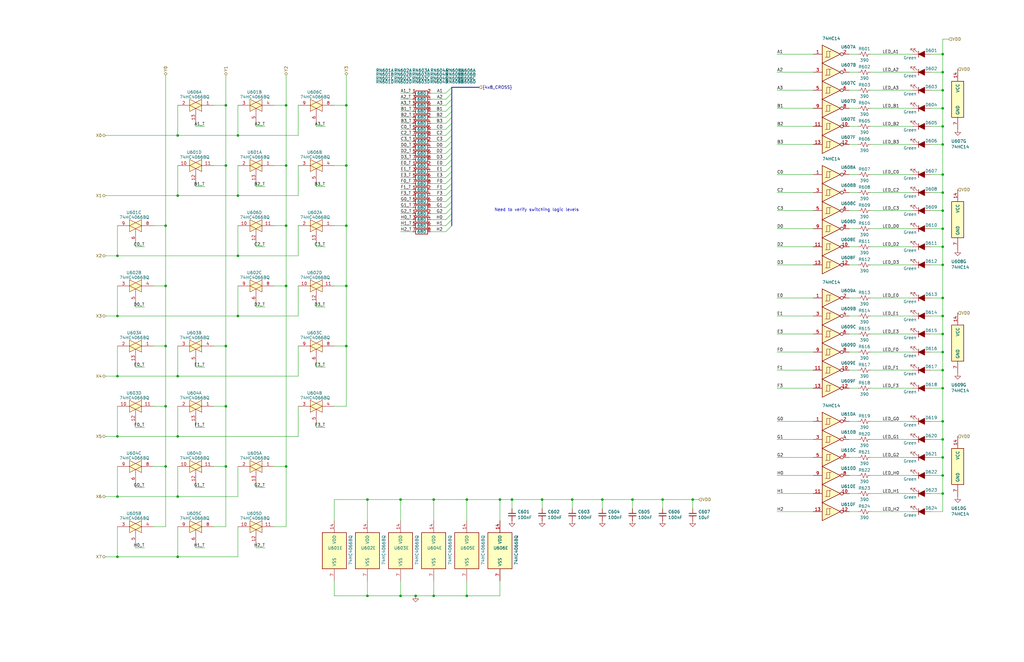
<source format=kicad_sch>
(kicad_sch (version 20250114) (generator "eeschema") (generator_version "9.0")
  (paper "B")
  (bus_alias "4x4_CROSS" (members "A1" "A2" "A3" "B0" "B2" "B3" "C0" "C1" "C3" "D0" "D1" "D2"))
  (bus_alias "4x8_CROSS" (members "A0" "A1" "A2" "A3" "B0" "B1" "B2" "B3" "C0" "C1" "C2" "C3" "D0" "D1" "D2" "D3" "E0" "E1" "E2" "E3" "F0" "F1" "F2" "F3" "G0" "G1" "G2" "G3" "H0" "H1" "H2" "H3"))
  (text "Need to verify switching logic levels" (at 226.314 88.646 0) (effects (font (size 1.27 1.27))))
  (junction (at 241.3 210.82))
  (junction (at 397.51 163.83))
  (junction (at 397.51 133.35))
  (junction (at 69.85 120.65))
  (junction (at 69.85 196.85))
  (junction (at 95.25 171.45))
  (junction (at 95.25 196.85))
  (junction (at 120.65 120.65))
  (junction (at 397.51 22.86))
  (junction (at 146.05 95.25))
  (junction (at 266.7 210.82))
  (junction (at 254 210.82))
  (junction (at 397.51 73.66))
  (junction (at 74.93 158.75))
  (junction (at 120.65 44.45))
  (junction (at 100.33 133.35))
  (junction (at 74.93 57.15))
  (junction (at 69.85 95.25))
  (junction (at 196.85 210.82))
  (junction (at 69.85 146.05))
  (junction (at 292.1 210.82))
  (junction (at 120.65 196.85))
  (junction (at 146.05 120.65))
  (junction (at 397.51 140.97))
  (junction (at 397.51 200.66))
  (junction (at 182.88 210.82))
  (junction (at 397.51 208.28))
  (junction (at 168.91 251.46))
  (junction (at 279.4 210.82))
  (junction (at 69.85 171.45))
  (junction (at 74.93 184.15))
  (junction (at 196.85 251.46))
  (junction (at 49.53 234.95))
  (junction (at 397.51 111.76))
  (junction (at 95.25 44.45))
  (junction (at 49.53 107.95))
  (junction (at 74.93 82.55))
  (junction (at 49.53 184.15))
  (junction (at 397.51 88.9))
  (junction (at 397.51 60.96))
  (junction (at 100.33 82.55))
  (junction (at 154.94 251.46))
  (junction (at 397.51 177.8))
  (junction (at 182.88 251.46))
  (junction (at 397.51 53.34))
  (junction (at 100.33 57.15))
  (junction (at 49.53 158.75))
  (junction (at 49.53 133.35))
  (junction (at 397.51 104.14))
  (junction (at 168.91 210.82))
  (junction (at 397.51 125.73))
  (junction (at 397.51 38.1))
  (junction (at 397.51 96.52))
  (junction (at 120.65 95.25))
  (junction (at 397.51 45.72))
  (junction (at 95.25 146.05))
  (junction (at 146.05 44.45))
  (junction (at 397.51 193.04))
  (junction (at 210.82 210.82))
  (junction (at 146.05 146.05))
  (junction (at 397.51 30.48))
  (junction (at 397.51 156.21))
  (junction (at 74.93 234.95))
  (junction (at 397.51 81.28))
  (junction (at 397.51 185.42))
  (junction (at 154.94 210.82))
  (junction (at 120.65 69.85))
  (junction (at 100.33 107.95))
  (junction (at 397.51 148.59))
  (junction (at 49.53 209.55))
  (junction (at 74.93 209.55))
  (junction (at 95.25 69.85))
  (junction (at 215.9 210.82))
  (junction (at 175.26 251.46))
  (junction (at 228.6 210.82))
  (junction (at 146.05 69.85))
  (bus_entry (at 190.5 69.85) (size -2.54 2.54))
  (bus_entry (at 190.5 41.91) (size -2.54 2.54))
  (bus_entry (at 190.5 85.09) (size -2.54 2.54))
  (bus_entry (at 190.5 36.83) (size -2.54 2.54))
  (bus_entry (at 190.5 57.15) (size -2.54 2.54))
  (bus_entry (at 190.5 74.93) (size -2.54 2.54))
  (bus_entry (at 190.5 87.63) (size -2.54 2.54))
  (bus_entry (at 190.5 39.37) (size -2.54 2.54))
  (bus_entry (at 190.5 64.77) (size -2.54 2.54))
  (bus_entry (at 190.5 54.61) (size -2.54 2.54))
  (bus_entry (at 190.5 62.23) (size -2.54 2.54))
  (bus_entry (at 190.5 59.69) (size -2.54 2.54))
  (bus_entry (at 190.5 49.53) (size -2.54 2.54))
  (bus_entry (at 190.5 95.25) (size -2.54 2.54))
  (bus_entry (at 190.5 52.07) (size -2.54 2.54))
  (bus_entry (at 190.5 82.55) (size -2.54 2.54))
  (bus_entry (at 190.5 72.39) (size -2.54 2.54))
  (bus_entry (at 190.5 46.99) (size -2.54 2.54))
  (bus_entry (at 190.5 44.45) (size -2.54 2.54))
  (bus_entry (at 190.5 90.17) (size -2.54 2.54))
  (bus_entry (at 190.5 67.31) (size -2.54 2.54))
  (bus_entry (at 190.5 77.47) (size -2.54 2.54))
  (bus_entry (at 190.5 92.71) (size -2.54 2.54))
  (bus_entry (at 190.5 80.01) (size -2.54 2.54))
  (wire (pts (xy 107.95 78.74) (xy 111.76 78.74)))
  (wire (pts (xy 133.35 129.54) (xy 133.35 128.27)))
  (wire (pts (xy 358.14 73.66) (xy 361.95 73.66)))
  (wire (pts (xy 100.33 133.35) (xy 125.73 133.35)))
  (wire (pts (xy 95.25 69.85) (xy 95.25 146.05)))
  (wire (pts (xy 44.45 209.55) (xy 49.53 209.55)))
  (wire (pts (xy 400.05 16.51) (xy 397.51 16.51)))
  (wire (pts (xy 367.03 88.9) (xy 384.81 88.9)))
  (wire (pts (xy 146.05 120.65) (xy 146.05 146.05)))
  (wire (pts (xy 397.51 73.66) (xy 397.51 81.28)))
  (wire (pts (xy 82.55 78.74) (xy 86.36 78.74)))
  (wire (pts (xy 392.43 53.34) (xy 397.51 53.34)))
  (wire (pts (xy 181.61 41.91) (xy 187.96 41.91)))
  (wire (pts (xy 327.66 38.1) (xy 342.9 38.1)))
  (wire (pts (xy 397.51 177.8) (xy 397.51 185.42)))
  (wire (pts (xy 100.33 120.65) (xy 100.33 133.35)))
  (wire (pts (xy 392.43 96.52) (xy 397.51 96.52)))
  (bus (pts (xy 190.5 46.99) (xy 190.5 49.53)))
  (wire (pts (xy 392.43 38.1) (xy 397.51 38.1)))
  (wire (pts (xy 140.97 171.45) (xy 146.05 171.45)))
  (wire (pts (xy 120.65 44.45) (xy 120.65 69.85)))
  (wire (pts (xy 367.03 45.72) (xy 384.81 45.72)))
  (wire (pts (xy 107.95 78.74) (xy 107.95 77.47)))
  (wire (pts (xy 64.77 95.25) (xy 69.85 95.25)))
  (wire (pts (xy 327.66 111.76) (xy 342.9 111.76)))
  (wire (pts (xy 397.51 133.35) (xy 397.51 140.97)))
  (wire (pts (xy 181.61 44.45) (xy 187.96 44.45)))
  (wire (pts (xy 146.05 69.85) (xy 146.05 95.25)))
  (wire (pts (xy 133.35 154.94) (xy 137.16 154.94)))
  (wire (pts (xy 327.66 45.72) (xy 342.9 45.72)))
  (wire (pts (xy 49.53 171.45) (xy 49.53 184.15)))
  (wire (pts (xy 74.93 171.45) (xy 74.93 184.15)))
  (wire (pts (xy 397.51 60.96) (xy 397.51 73.66)))
  (wire (pts (xy 397.51 30.48) (xy 397.51 38.1)))
  (wire (pts (xy 392.43 104.14) (xy 397.51 104.14)))
  (wire (pts (xy 327.66 148.59) (xy 342.9 148.59)))
  (wire (pts (xy 168.91 41.91) (xy 173.99 41.91)))
  (wire (pts (xy 397.51 22.86) (xy 397.51 30.48)))
  (wire (pts (xy 181.61 72.39) (xy 187.96 72.39)))
  (wire (pts (xy 74.93 82.55) (xy 100.33 82.55)))
  (wire (pts (xy 74.93 196.85) (xy 74.93 209.55)))
  (wire (pts (xy 327.66 185.42) (xy 342.9 185.42)))
  (wire (pts (xy 215.9 210.82) (xy 228.6 210.82)))
  (wire (pts (xy 181.61 39.37) (xy 187.96 39.37)))
  (wire (pts (xy 74.93 234.95) (xy 100.33 234.95)))
  (wire (pts (xy 358.14 38.1) (xy 361.95 38.1)))
  (wire (pts (xy 358.14 200.66) (xy 361.95 200.66)))
  (wire (pts (xy 367.03 30.48) (xy 384.81 30.48)))
  (wire (pts (xy 146.05 44.45) (xy 146.05 69.85)))
  (wire (pts (xy 196.85 251.46) (xy 210.82 251.46)))
  (wire (pts (xy 327.66 104.14) (xy 342.9 104.14)))
  (wire (pts (xy 181.61 74.93) (xy 187.96 74.93)))
  (wire (pts (xy 82.55 154.94) (xy 82.55 153.67)))
  (wire (pts (xy 168.91 210.82) (xy 168.91 219.71)))
  (wire (pts (xy 367.03 125.73) (xy 384.81 125.73)))
  (wire (pts (xy 392.43 88.9) (xy 397.51 88.9)))
  (wire (pts (xy 358.14 53.34) (xy 361.95 53.34)))
  (wire (pts (xy 44.45 57.15) (xy 74.93 57.15)))
  (wire (pts (xy 57.15 205.74) (xy 57.15 204.47)))
  (wire (pts (xy 181.61 54.61) (xy 187.96 54.61)))
  (wire (pts (xy 181.61 95.25) (xy 187.96 95.25)))
  (wire (pts (xy 397.51 163.83) (xy 397.51 177.8)))
  (wire (pts (xy 74.93 222.25) (xy 74.93 234.95)))
  (wire (pts (xy 327.66 22.86) (xy 342.9 22.86)))
  (wire (pts (xy 107.95 231.14) (xy 111.76 231.14)))
  (wire (pts (xy 44.45 82.55) (xy 74.93 82.55)))
  (wire (pts (xy 181.61 80.01) (xy 187.96 80.01)))
  (wire (pts (xy 115.57 120.65) (xy 120.65 120.65)))
  (wire (pts (xy 49.53 234.95) (xy 74.93 234.95)))
  (wire (pts (xy 397.51 148.59) (xy 397.51 156.21)))
  (wire (pts (xy 168.91 74.93) (xy 173.99 74.93)))
  (wire (pts (xy 392.43 125.73) (xy 397.51 125.73)))
  (wire (pts (xy 168.91 52.07) (xy 173.99 52.07)))
  (bus (pts (xy 190.5 54.61) (xy 190.5 57.15)))
  (wire (pts (xy 279.4 210.82) (xy 279.4 214.63)))
  (bus (pts (xy 201.93 36.83) (xy 190.5 36.83)))
  (wire (pts (xy 74.93 57.15) (xy 100.33 57.15)))
  (bus (pts (xy 190.5 49.53) (xy 190.5 52.07)))
  (wire (pts (xy 392.43 22.86) (xy 397.51 22.86)))
  (wire (pts (xy 64.77 146.05) (xy 69.85 146.05)))
  (wire (pts (xy 397.51 38.1) (xy 397.51 45.72)))
  (wire (pts (xy 327.66 96.52) (xy 342.9 96.52)))
  (wire (pts (xy 57.15 129.54) (xy 60.96 129.54)))
  (wire (pts (xy 100.33 82.55) (xy 125.73 82.55)))
  (wire (pts (xy 133.35 78.74) (xy 137.16 78.74)))
  (wire (pts (xy 100.33 69.85) (xy 100.33 82.55)))
  (wire (pts (xy 367.03 215.9) (xy 384.81 215.9)))
  (wire (pts (xy 358.14 193.04) (xy 361.95 193.04)))
  (wire (pts (xy 181.61 69.85) (xy 187.96 69.85)))
  (wire (pts (xy 392.43 208.28) (xy 397.51 208.28)))
  (wire (pts (xy 140.97 69.85) (xy 146.05 69.85)))
  (wire (pts (xy 392.43 45.72) (xy 397.51 45.72)))
  (wire (pts (xy 140.97 120.65) (xy 146.05 120.65)))
  (wire (pts (xy 69.85 120.65) (xy 69.85 146.05)))
  (wire (pts (xy 69.85 196.85) (xy 69.85 222.25)))
  (wire (pts (xy 327.66 177.8) (xy 342.9 177.8)))
  (wire (pts (xy 292.1 210.82) (xy 294.64 210.82)))
  (wire (pts (xy 107.95 53.34) (xy 111.76 53.34)))
  (wire (pts (xy 358.14 125.73) (xy 361.95 125.73)))
  (wire (pts (xy 100.33 222.25) (xy 100.33 234.95)))
  (wire (pts (xy 57.15 231.14) (xy 60.96 231.14)))
  (wire (pts (xy 74.93 69.85) (xy 74.93 82.55)))
  (wire (pts (xy 254 210.82) (xy 266.7 210.82)))
  (wire (pts (xy 168.91 69.85) (xy 173.99 69.85)))
  (wire (pts (xy 196.85 210.82) (xy 210.82 210.82)))
  (bus (pts (xy 190.5 87.63) (xy 190.5 90.17)))
  (wire (pts (xy 49.53 107.95) (xy 100.33 107.95)))
  (wire (pts (xy 120.65 95.25) (xy 120.65 120.65)))
  (wire (pts (xy 154.94 210.82) (xy 168.91 210.82)))
  (wire (pts (xy 95.25 171.45) (xy 95.25 196.85)))
  (wire (pts (xy 397.51 200.66) (xy 397.51 208.28)))
  (wire (pts (xy 397.51 148.59) (xy 397.51 140.97)))
  (wire (pts (xy 392.43 81.28) (xy 397.51 81.28)))
  (wire (pts (xy 367.03 96.52) (xy 384.81 96.52)))
  (wire (pts (xy 358.14 177.8) (xy 361.95 177.8)))
  (wire (pts (xy 397.51 88.9) (xy 397.51 81.28)))
  (wire (pts (xy 69.85 171.45) (xy 69.85 196.85)))
  (bus (pts (xy 190.5 36.83) (xy 190.5 39.37)))
  (wire (pts (xy 358.14 156.21) (xy 361.95 156.21)))
  (wire (pts (xy 358.14 185.42) (xy 361.95 185.42)))
  (wire (pts (xy 168.91 87.63) (xy 173.99 87.63)))
  (wire (pts (xy 327.66 53.34) (xy 342.9 53.34)))
  (wire (pts (xy 44.45 158.75) (xy 49.53 158.75)))
  (wire (pts (xy 133.35 53.34) (xy 137.16 53.34)))
  (wire (pts (xy 397.51 45.72) (xy 397.51 53.34)))
  (wire (pts (xy 69.85 146.05) (xy 69.85 171.45)))
  (wire (pts (xy 49.53 95.25) (xy 49.53 107.95)))
  (wire (pts (xy 140.97 146.05) (xy 146.05 146.05)))
  (wire (pts (xy 168.91 49.53) (xy 173.99 49.53)))
  (wire (pts (xy 133.35 104.14) (xy 137.16 104.14)))
  (wire (pts (xy 181.61 90.17) (xy 187.96 90.17)))
  (wire (pts (xy 154.94 210.82) (xy 140.97 210.82)))
  (wire (pts (xy 64.77 120.65) (xy 69.85 120.65)))
  (wire (pts (xy 168.91 72.39) (xy 173.99 72.39)))
  (wire (pts (xy 168.91 95.25) (xy 173.99 95.25)))
  (wire (pts (xy 107.95 53.34) (xy 107.95 52.07)))
  (wire (pts (xy 367.03 38.1) (xy 384.81 38.1)))
  (wire (pts (xy 44.45 107.95) (xy 49.53 107.95)))
  (wire (pts (xy 140.97 95.25) (xy 146.05 95.25)))
  (wire (pts (xy 367.03 140.97) (xy 384.81 140.97)))
  (wire (pts (xy 182.88 251.46) (xy 196.85 251.46)))
  (wire (pts (xy 100.33 57.15) (xy 125.73 57.15)))
  (wire (pts (xy 125.73 44.45) (xy 125.73 57.15)))
  (wire (pts (xy 82.55 180.34) (xy 86.36 180.34)))
  (wire (pts (xy 397.51 185.42) (xy 397.51 193.04)))
  (wire (pts (xy 327.66 88.9) (xy 342.9 88.9)))
  (wire (pts (xy 168.91 251.46) (xy 168.91 245.11)))
  (bus (pts (xy 190.5 72.39) (xy 190.5 74.93)))
  (wire (pts (xy 90.17 171.45) (xy 95.25 171.45)))
  (wire (pts (xy 125.73 120.65) (xy 125.73 133.35)))
  (wire (pts (xy 74.93 44.45) (xy 74.93 57.15)))
  (wire (pts (xy 181.61 52.07) (xy 187.96 52.07)))
  (wire (pts (xy 44.45 234.95) (xy 49.53 234.95)))
  (wire (pts (xy 168.91 59.69) (xy 173.99 59.69)))
  (wire (pts (xy 168.91 57.15) (xy 173.99 57.15)))
  (wire (pts (xy 100.33 196.85) (xy 100.33 209.55)))
  (wire (pts (xy 358.14 163.83) (xy 361.95 163.83)))
  (wire (pts (xy 154.94 251.46) (xy 140.97 251.46)))
  (wire (pts (xy 154.94 251.46) (xy 168.91 251.46)))
  (wire (pts (xy 358.14 215.9) (xy 361.95 215.9)))
  (wire (pts (xy 392.43 148.59) (xy 397.51 148.59)))
  (wire (pts (xy 392.43 111.76) (xy 397.51 111.76)))
  (wire (pts (xy 57.15 104.14) (xy 60.96 104.14)))
  (wire (pts (xy 125.73 95.25) (xy 125.73 107.95)))
  (wire (pts (xy 125.73 146.05) (xy 125.73 158.75)))
  (wire (pts (xy 82.55 205.74) (xy 86.36 205.74)))
  (wire (pts (xy 133.35 53.34) (xy 133.35 52.07)))
  (wire (pts (xy 90.17 196.85) (xy 95.25 196.85)))
  (wire (pts (xy 279.4 210.82) (xy 292.1 210.82)))
  (wire (pts (xy 133.35 104.14) (xy 133.35 102.87)))
  (wire (pts (xy 100.33 44.45) (xy 100.33 57.15)))
  (wire (pts (xy 358.14 30.48) (xy 361.95 30.48)))
  (wire (pts (xy 168.91 39.37) (xy 173.99 39.37)))
  (wire (pts (xy 168.91 90.17) (xy 173.99 90.17)))
  (bus (pts (xy 190.5 80.01) (xy 190.5 82.55)))
  (wire (pts (xy 367.03 148.59) (xy 384.81 148.59)))
  (wire (pts (xy 292.1 210.82) (xy 292.1 214.63)))
  (wire (pts (xy 392.43 60.96) (xy 397.51 60.96)))
  (wire (pts (xy 64.77 222.25) (xy 69.85 222.25)))
  (wire (pts (xy 358.14 96.52) (xy 361.95 96.52)))
  (wire (pts (xy 358.14 22.86) (xy 361.95 22.86)))
  (wire (pts (xy 181.61 92.71) (xy 187.96 92.71)))
  (wire (pts (xy 140.97 251.46) (xy 140.97 245.11)))
  (wire (pts (xy 146.05 31.75) (xy 146.05 44.45)))
  (wire (pts (xy 168.91 67.31) (xy 173.99 67.31)))
  (wire (pts (xy 90.17 69.85) (xy 95.25 69.85)))
  (wire (pts (xy 367.03 193.04) (xy 384.81 193.04)))
  (wire (pts (xy 115.57 196.85) (xy 120.65 196.85)))
  (wire (pts (xy 327.66 30.48) (xy 342.9 30.48)))
  (wire (pts (xy 358.14 81.28) (xy 361.95 81.28)))
  (wire (pts (xy 367.03 133.35) (xy 384.81 133.35)))
  (wire (pts (xy 64.77 196.85) (xy 69.85 196.85)))
  (wire (pts (xy 397.51 104.14) (xy 397.51 96.52)))
  (wire (pts (xy 82.55 53.34) (xy 82.55 52.07)))
  (wire (pts (xy 367.03 22.86) (xy 384.81 22.86)))
  (wire (pts (xy 182.88 210.82) (xy 196.85 210.82)))
  (wire (pts (xy 397.51 104.14) (xy 397.51 111.76)))
  (wire (pts (xy 168.91 80.01) (xy 173.99 80.01)))
  (wire (pts (xy 196.85 210.82) (xy 196.85 219.71)))
  (wire (pts (xy 64.77 171.45) (xy 69.85 171.45)))
  (wire (pts (xy 327.66 156.21) (xy 342.9 156.21)))
  (wire (pts (xy 181.61 59.69) (xy 187.96 59.69)))
  (wire (pts (xy 57.15 104.14) (xy 57.15 102.87)))
  (wire (pts (xy 327.66 215.9) (xy 342.9 215.9)))
  (wire (pts (xy 107.95 205.74) (xy 107.95 204.47)))
  (wire (pts (xy 49.53 120.65) (xy 49.53 133.35)))
  (wire (pts (xy 120.65 69.85) (xy 120.65 95.25)))
  (wire (pts (xy 146.05 146.05) (xy 146.05 171.45)))
  (wire (pts (xy 181.61 62.23) (xy 187.96 62.23)))
  (wire (pts (xy 168.91 85.09) (xy 173.99 85.09)))
  (wire (pts (xy 82.55 53.34) (xy 86.36 53.34)))
  (bus (pts (xy 190.5 90.17) (xy 190.5 92.71)))
  (wire (pts (xy 49.53 158.75) (xy 74.93 158.75)))
  (bus (pts (xy 190.5 52.07) (xy 190.5 54.61)))
  (wire (pts (xy 57.15 129.54) (xy 57.15 128.27)))
  (wire (pts (xy 57.15 154.94) (xy 60.96 154.94)))
  (wire (pts (xy 358.14 208.28) (xy 361.95 208.28)))
  (wire (pts (xy 367.03 185.42) (xy 384.81 185.42)))
  (wire (pts (xy 90.17 222.25) (xy 95.25 222.25)))
  (wire (pts (xy 74.93 158.75) (xy 125.73 158.75)))
  (wire (pts (xy 57.15 154.94) (xy 57.15 153.67)))
  (wire (pts (xy 367.03 81.28) (xy 384.81 81.28)))
  (wire (pts (xy 392.43 215.9) (xy 397.51 215.9)))
  (wire (pts (xy 327.66 60.96) (xy 342.9 60.96)))
  (wire (pts (xy 133.35 154.94) (xy 133.35 153.67)))
  (wire (pts (xy 181.61 97.79) (xy 187.96 97.79)))
  (wire (pts (xy 49.53 133.35) (xy 100.33 133.35)))
  (wire (pts (xy 95.25 31.75) (xy 95.25 44.45)))
  (bus (pts (xy 190.5 62.23) (xy 190.5 64.77)))
  (wire (pts (xy 392.43 185.42) (xy 397.51 185.42)))
  (bus (pts (xy 190.5 82.55) (xy 190.5 85.09)))
  (wire (pts (xy 327.66 125.73) (xy 342.9 125.73)))
  (wire (pts (xy 49.53 146.05) (xy 49.53 158.75)))
  (wire (pts (xy 120.65 196.85) (xy 120.65 222.25)))
  (wire (pts (xy 69.85 31.75) (xy 69.85 95.25)))
  (wire (pts (xy 367.03 73.66) (xy 384.81 73.66)))
  (wire (pts (xy 397.51 16.51) (xy 397.51 22.86)))
  (wire (pts (xy 100.33 95.25) (xy 100.33 107.95)))
  (wire (pts (xy 44.45 133.35) (xy 49.53 133.35)))
  (wire (pts (xy 228.6 210.82) (xy 241.3 210.82)))
  (wire (pts (xy 210.82 210.82) (xy 210.82 219.71)))
  (wire (pts (xy 181.61 57.15) (xy 187.96 57.15)))
  (wire (pts (xy 168.91 54.61) (xy 173.99 54.61)))
  (wire (pts (xy 392.43 193.04) (xy 397.51 193.04)))
  (wire (pts (xy 327.66 140.97) (xy 342.9 140.97)))
  (bus (pts (xy 190.5 67.31) (xy 190.5 69.85)))
  (wire (pts (xy 327.66 133.35) (xy 342.9 133.35)))
  (wire (pts (xy 140.97 44.45) (xy 146.05 44.45)))
  (wire (pts (xy 168.91 251.46) (xy 175.26 251.46)))
  (wire (pts (xy 168.91 64.77) (xy 173.99 64.77)))
  (wire (pts (xy 397.51 200.66) (xy 397.51 193.04)))
  (bus (pts (xy 190.5 69.85) (xy 190.5 72.39)))
  (wire (pts (xy 241.3 210.82) (xy 241.3 214.63)))
  (bus (pts (xy 190.5 85.09) (xy 190.5 87.63)))
  (wire (pts (xy 397.51 53.34) (xy 397.51 60.96)))
  (wire (pts (xy 107.95 129.54) (xy 107.95 128.27)))
  (wire (pts (xy 57.15 205.74) (xy 60.96 205.74)))
  (wire (pts (xy 327.66 200.66) (xy 342.9 200.66)))
  (wire (pts (xy 392.43 30.48) (xy 397.51 30.48)))
  (wire (pts (xy 140.97 210.82) (xy 140.97 219.71)))
  (wire (pts (xy 95.25 146.05) (xy 95.25 171.45)))
  (wire (pts (xy 392.43 163.83) (xy 397.51 163.83)))
  (wire (pts (xy 168.91 77.47) (xy 173.99 77.47)))
  (wire (pts (xy 367.03 111.76) (xy 384.81 111.76)))
  (wire (pts (xy 154.94 251.46) (xy 154.94 245.11)))
  (wire (pts (xy 100.33 107.95) (xy 125.73 107.95)))
  (bus (pts (xy 190.5 44.45) (xy 190.5 46.99)))
  (wire (pts (xy 215.9 210.82) (xy 215.9 214.63)))
  (wire (pts (xy 82.55 78.74) (xy 82.55 77.47)))
  (wire (pts (xy 120.65 31.75) (xy 120.65 44.45)))
  (wire (pts (xy 327.66 81.28) (xy 342.9 81.28)))
  (wire (pts (xy 392.43 156.21) (xy 397.51 156.21)))
  (bus (pts (xy 190.5 92.71) (xy 190.5 95.25)))
  (wire (pts (xy 57.15 231.14) (xy 57.15 229.87)))
  (wire (pts (xy 69.85 95.25) (xy 69.85 120.65)))
  (wire (pts (xy 392.43 140.97) (xy 397.51 140.97)))
  (wire (pts (xy 107.95 104.14) (xy 107.95 102.87)))
  (wire (pts (xy 327.66 193.04) (xy 342.9 193.04)))
  (wire (pts (xy 196.85 251.46) (xy 196.85 245.11)))
  (wire (pts (xy 133.35 129.54) (xy 137.16 129.54)))
  (wire (pts (xy 57.15 180.34) (xy 57.15 179.07)))
  (wire (pts (xy 392.43 133.35) (xy 397.51 133.35)))
  (wire (pts (xy 266.7 210.82) (xy 266.7 214.63)))
  (wire (pts (xy 181.61 49.53) (xy 187.96 49.53)))
  (wire (pts (xy 367.03 156.21) (xy 384.81 156.21)))
  (wire (pts (xy 358.14 104.14) (xy 361.95 104.14)))
  (wire (pts (xy 90.17 44.45) (xy 95.25 44.45)))
  (wire (pts (xy 358.14 133.35) (xy 361.95 133.35)))
  (wire (pts (xy 367.03 208.28) (xy 384.81 208.28)))
  (wire (pts (xy 181.61 82.55) (xy 187.96 82.55)))
  (wire (pts (xy 397.51 163.83) (xy 397.51 156.21)))
  (wire (pts (xy 44.45 184.15) (xy 49.53 184.15)))
  (wire (pts (xy 120.65 120.65) (xy 120.65 196.85)))
  (wire (pts (xy 181.61 85.09) (xy 187.96 85.09)))
  (wire (pts (xy 181.61 67.31) (xy 187.96 67.31)))
  (wire (pts (xy 115.57 95.25) (xy 120.65 95.25)))
  (wire (pts (xy 181.61 46.99) (xy 187.96 46.99)))
  (wire (pts (xy 254 210.82) (xy 254 214.63)))
  (wire (pts (xy 125.73 69.85) (xy 125.73 82.55)))
  (wire (pts (xy 168.91 46.99) (xy 173.99 46.99)))
  (wire (pts (xy 392.43 73.66) (xy 397.51 73.66)))
  (wire (pts (xy 210.82 210.82) (xy 215.9 210.82)))
  (wire (pts (xy 397.51 111.76) (xy 397.51 125.73)))
  (wire (pts (xy 168.91 97.79) (xy 173.99 97.79)))
  (wire (pts (xy 358.14 148.59) (xy 361.95 148.59)))
  (wire (pts (xy 358.14 45.72) (xy 361.95 45.72)))
  (wire (pts (xy 49.53 196.85) (xy 49.53 209.55)))
  (wire (pts (xy 57.15 180.34) (xy 60.96 180.34)))
  (wire (pts (xy 125.73 171.45) (xy 125.73 184.15)))
  (wire (pts (xy 266.7 210.82) (xy 279.4 210.82)))
  (wire (pts (xy 327.66 208.28) (xy 342.9 208.28)))
  (wire (pts (xy 49.53 184.15) (xy 74.93 184.15)))
  (wire (pts (xy 367.03 60.96) (xy 384.81 60.96)))
  (wire (pts (xy 82.55 231.14) (xy 86.36 231.14)))
  (wire (pts (xy 107.95 205.74) (xy 111.76 205.74)))
  (wire (pts (xy 74.93 209.55) (xy 100.33 209.55)))
  (wire (pts (xy 182.88 210.82) (xy 182.88 219.71)))
  (wire (pts (xy 82.55 180.34) (xy 82.55 179.07)))
  (wire (pts (xy 115.57 222.25) (xy 120.65 222.25)))
  (wire (pts (xy 327.66 73.66) (xy 342.9 73.66)))
  (wire (pts (xy 392.43 200.66) (xy 397.51 200.66)))
  (wire (pts (xy 358.14 140.97) (xy 361.95 140.97)))
  (wire (pts (xy 49.53 222.25) (xy 49.53 234.95)))
  (wire (pts (xy 397.51 96.52) (xy 397.51 88.9)))
  (wire (pts (xy 168.91 82.55) (xy 173.99 82.55)))
  (wire (pts (xy 181.61 87.63) (xy 187.96 87.63)))
  (wire (pts (xy 168.91 62.23) (xy 173.99 62.23)))
  (wire (pts (xy 182.88 251.46) (xy 182.88 245.11)))
  (wire (pts (xy 168.91 44.45) (xy 173.99 44.45)))
  (bus (pts (xy 190.5 41.91) (xy 190.5 44.45)))
  (wire (pts (xy 181.61 77.47) (xy 187.96 77.47)))
  (wire (pts (xy 133.35 180.34) (xy 137.16 180.34)))
  (wire (pts (xy 133.35 180.34) (xy 133.35 179.07)))
  (bus (pts (xy 190.5 74.93) (xy 190.5 77.47)))
  (wire (pts (xy 392.43 177.8) (xy 397.51 177.8)))
  (wire (pts (xy 367.03 104.14) (xy 384.81 104.14)))
  (wire (pts (xy 115.57 44.45) (xy 120.65 44.45)))
  (wire (pts (xy 74.93 146.05) (xy 74.93 158.75)))
  (wire (pts (xy 95.25 196.85) (xy 95.25 222.25)))
  (wire (pts (xy 175.26 251.46) (xy 182.88 251.46)))
  (bus (pts (xy 190.5 59.69) (xy 190.5 62.23)))
  (wire (pts (xy 367.03 200.66) (xy 384.81 200.66)))
  (wire (pts (xy 49.53 209.55) (xy 74.93 209.55)))
  (wire (pts (xy 146.05 95.25) (xy 146.05 120.65)))
  (wire (pts (xy 168.91 92.71) (xy 173.99 92.71)))
  (wire (pts (xy 327.66 163.83) (xy 342.9 163.83)))
  (wire (pts (xy 358.14 60.96) (xy 361.95 60.96)))
  (wire (pts (xy 95.25 44.45) (xy 95.25 69.85)))
  (wire (pts (xy 82.55 205.74) (xy 82.55 204.47)))
  (wire (pts (xy 90.17 146.05) (xy 95.25 146.05)))
  (wire (pts (xy 74.93 184.15) (xy 125.73 184.15)))
  (wire (pts (xy 82.55 231.14) (xy 82.55 229.87)))
  (wire (pts (xy 133.35 78.74) (xy 133.35 77.47)))
  (wire (pts (xy 358.14 111.76) (xy 361.95 111.76)))
  (wire (pts (xy 154.94 210.82) (xy 154.94 219.71)))
  (wire (pts (xy 210.82 251.46) (xy 210.82 245.11)))
  (wire (pts (xy 181.61 64.77) (xy 187.96 64.77)))
  (wire (pts (xy 358.14 88.9) (xy 361.95 88.9)))
  (wire (pts (xy 367.03 53.34) (xy 384.81 53.34)))
  (bus (pts (xy 190.5 57.15) (xy 190.5 59.69)))
  (wire (pts (xy 107.95 129.54) (xy 111.76 129.54)))
  (bus (pts (xy 190.5 77.47) (xy 190.5 80.01)))
  (bus (pts (xy 190.5 39.37) (xy 190.5 41.91)))
  (wire (pts (xy 228.6 210.82) (xy 228.6 214.63)))
  (wire (pts (xy 241.3 210.82) (xy 254 210.82)))
  (wire (pts (xy 168.91 210.82) (xy 182.88 210.82)))
  (wire (pts (xy 397.51 125.73) (xy 397.51 133.35)))
  (wire (pts (xy 115.57 69.85) (xy 120.65 69.85)))
  (wire (pts (xy 107.95 104.14) (xy 111.76 104.14)))
  (wire (pts (xy 82.55 154.94) (xy 86.36 154.94)))
  (bus (pts (xy 190.5 64.77) (xy 190.5 67.31)))
  (wire (pts (xy 107.95 231.14) (xy 107.95 229.87)))
  (wire (pts (xy 397.51 215.9) (xy 397.51 208.28)))
  (wire (pts (xy 367.03 163.83) (xy 384.81 163.83)))
  (wire (pts (xy 367.03 177.8) (xy 384.81 177.8)))
  (label "LED_E3" (at 372.11 140.97 0))
  (label "D0_T" (at 60.96 129.54 180))
  (label "H2_T" (at 111.76 231.14 180))
  (label "G2" (at 186.69 90.17 180))
  (label "LED_C3" (at 372.11 88.9 0))
  (label "B3_T" (at 168.91 52.07 0))
  (label "A3_T" (at 168.91 44.45 0))
  (label "B1_T" (at 168.91 46.99 0))
  (label "B2_T" (at 168.91 49.53 0))
  (label "A1_T" (at 168.91 39.37 0))
  (label "A2_T" (at 168.91 41.91 0))
  (label "A3_T" (at 137.16 53.34 180))
  (label "LED_A2" (at 372.11 30.48 0))
  (label "B3_T" (at 137.16 78.74 180))
  (label "G1" (at 186.69 87.63 180))
  (label "E0_T" (at 60.96 154.94 180))
  (label "LED_F1" (at 372.11 156.21 0))
  (label "LED_H0" (at 372.11 200.66 0))
  (label "LED_E0" (at 372.11 125.73 0))
  (label "C2" (at 186.69 57.15 180))
  (label "C3_T" (at 137.16 104.14 180))
  (label "B3" (at 327.66 60.96 0))
  (label "F3" (at 186.69 82.55 180))
  (label "C0" (at 327.66 73.66 0))
  (label "H2" (at 327.66 215.9 0))
  (label "LED_G2" (at 372.11 193.04 0))
  (label "LED_G1" (at 372.11 185.42 0))
  (label "A1" (at 186.69 39.37 180))
  (label "E0" (at 186.69 69.85 180))
  (label "H1" (at 327.66 208.28 0))
  (label "C3" (at 327.66 88.9 0))
  (label "C3" (at 186.69 59.69 180))
  (label "B1" (at 327.66 45.72 0))
  (label "F0" (at 186.69 77.47 180))
  (label "G0_T" (at 60.96 205.74 180))
  (label "G2_T" (at 111.76 205.74 180))
  (label "B3" (at 186.69 52.07 180))
  (label "H1_T" (at 86.36 231.14 180))
  (label "C2_T" (at 111.76 104.14 180))
  (label "B2" (at 186.69 49.53 180))
  (label "B1" (at 186.69 46.99 180))
  (label "G1_T" (at 86.36 205.74 180))
  (label "E0_T" (at 168.91 69.85 0))
  (label "E1_T" (at 168.91 72.39 0))
  (label "C3_T" (at 168.91 59.69 0))
  (label "D0_T" (at 168.91 62.23 0))
  (label "D2_T" (at 168.91 64.77 0))
  (label "D3_T" (at 168.91 67.31 0))
  (label "F3_T" (at 168.91 82.55 0))
  (label "G0_T" (at 168.91 85.09 0))
  (label "G1_T" (at 168.91 87.63 0))
  (label "E3_T" (at 168.91 74.93 0))
  (label "F0_T" (at 168.91 77.47 0))
  (label "F1_T" (at 168.91 80.01 0))
  (label "G2_T" (at 168.91 90.17 0))
  (label "H0_T" (at 168.91 92.71 0))
  (label "H1_T" (at 168.91 95.25 0))
  (label "H2_T" (at 168.91 97.79 0))
  (label "C0_T" (at 168.91 54.61 0))
  (label "C2_T" (at 168.91 57.15 0))
  (label "G0" (at 327.66 177.8 0))
  (label "D0" (at 327.66 96.52 0))
  (label "H0" (at 327.66 200.66 0))
  (label "LED_B2" (at 372.11 53.34 0))
  (label "LED_F0" (at 372.11 148.59 0))
  (label "H0_T" (at 60.96 231.14 180))
  (label "A3" (at 186.69 44.45 180))
  (label "E1" (at 186.69 72.39 180))
  (label "D3" (at 186.69 67.31 180))
  (label "H2" (at 186.69 97.79 180))
  (label "D2" (at 186.69 64.77 180))
  (label "A2_T" (at 111.76 53.34 180))
  (label "LED_A1" (at 372.11 22.86 0))
  (label "F0_T" (at 60.96 180.34 180))
  (label "E0" (at 327.66 125.73 0))
  (label "A2" (at 327.66 30.48 0))
  (label "F0" (at 327.66 148.59 0))
  (label "LED_F3" (at 372.11 163.83 0))
  (label "H0" (at 186.69 92.71 180))
  (label "LED_E1" (at 372.11 133.35 0))
  (label "E3_T" (at 137.16 154.94 180))
  (label "H1" (at 186.69 95.25 180))
  (label "B1_T" (at 86.36 78.74 180))
  (label "LED_D0" (at 372.11 96.52 0))
  (label "E3" (at 327.66 140.97 0))
  (label "D0" (at 186.69 62.23 180))
  (label "E1" (at 327.66 133.35 0))
  (label "D2_T" (at 111.76 129.54 180))
  (label "G1" (at 327.66 185.42 0))
  (label "A2" (at 186.69 41.91 180))
  (label "F3_T" (at 137.16 180.34 180))
  (label "D2" (at 327.66 104.14 0))
  (label "D3" (at 327.66 111.76 0))
  (label "LED_H2" (at 372.11 215.9 0))
  (label "B2_T" (at 111.76 78.74 180))
  (label "D3_T" (at 137.16 129.54 180))
  (label "E1_T" (at 86.36 154.94 180))
  (label "G0" (at 186.69 85.09 180))
  (label "A3" (at 327.66 38.1 0))
  (label "F1" (at 327.66 156.21 0))
  (label "C2" (at 327.66 81.28 0))
  (label "A1_T" (at 86.36 53.34 180))
  (label "F1" (at 186.69 80.01 180))
  (label "LED_B1" (at 372.11 45.72 0))
  (label "B2" (at 327.66 53.34 0))
  (label "LED_D2" (at 372.11 104.14 0))
  (label "E3" (at 186.69 74.93 180))
  (label "LED_D3" (at 372.11 111.76 0))
  (label "F1_T" (at 86.36 180.34 180))
  (label "LED_C2" (at 372.11 81.28 0))
  (label "LED_G0" (at 372.11 177.8 0))
  (label "C0" (at 186.69 54.61 180))
  (label "C0_T" (at 60.96 104.14 180))
  (label "LED_H1" (at 372.11 208.28 0))
  (label "LED_C0" (at 372.11 73.66 0))
  (label "LED_A3" (at 372.11 38.1 0))
  (label "LED_B3" (at 372.11 60.96 0))
  (label "G2" (at 327.66 193.04 0))
  (label "F3" (at 327.66 163.83 0))
  (label "A1" (at 327.66 22.86 0))
  (hierarchical_label "VDD" (shape input) (at 400.05 16.51 0))
  (hierarchical_label "X6" (shape bidirectional) (at 44.45 209.55 180))
  (hierarchical_label "VDD" (shape input) (at 403.86 132.08 0))
  (hierarchical_label "VDD" (shape input) (at 403.86 184.15 0))
  (hierarchical_label "VDD" (shape input) (at 294.64 210.82 0))
  (hierarchical_label "Y0" (shape bidirectional) (at 69.85 31.75 90))
  (hierarchical_label "Y1" (shape bidirectional) (at 95.25 31.75 90))
  (hierarchical_label "Y2" (shape bidirectional) (at 120.65 31.75 90))
  (hierarchical_label "X2" (shape bidirectional) (at 44.45 107.95 180))
  (hierarchical_label "Y3" (shape bidirectional) (at 146.05 31.75 90))
  (hierarchical_label "X5" (shape bidirectional) (at 44.45 184.15 180))
  (hierarchical_label "VDD" (shape input) (at 403.86 29.21 0))
  (hierarchical_label "VDD" (shape input) (at 403.86 80.01 0))
  (hierarchical_label "X1" (shape bidirectional) (at 44.45 82.55 180))
  (hierarchical_label "X7" (shape bidirectional) (at 44.45 234.95 180))
  (hierarchical_label "{4x8_CROSS}" (shape input) (at 201.93 36.83 0))
  (hierarchical_label "X4" (shape bidirectional) (at 44.45 158.75 180))
  (hierarchical_label "X0" (shape bidirectional) (at 44.45 57.15 180))
  (hierarchical_label "X3" (shape bidirectional) (at 44.45 133.35 180))
  (symbol (lib_id "Device:C_Small") (at 215.9 217.17 0) (unit 1)
    (property "Reference" "C601" (at 218.2241 215.9641 0) (effects (justify left)))
    (property "Value" "100nF" (at 218.2241 218.3884 0) (effects (justify left)))
    (property "Footprint" "Capacitor_SMD:C_0402_1005Metric" (effects (hide yes)))
    (property "Description" "Unpolarized capacitor, small symbol" (effects (hide yes)))
  )
  (symbol (lib_id "Library_MicSwitcher:R_Network04_Split") (at 177.8 64.77 90) (unit 3)
    (property "Reference" "RN603" (at 177.546 33.02 90))
    (property "Value" "680" (at 177.8 64.77 90))
    (property "Footprint" "Resistor_SMD:R_Array_Convex_4x1206" (effects (hide yes)))
    (property "Datasheet" "http://www.vishay.com/docs/31509/csc.pdf" (effects (hide yes)))
    (property "Description" "4 resistor network, star topology, bussed resistors, split" (effects (hide yes)))
  )
  (symbol (lib_id "Library_MicSwitcher:R_Network04_Split") (at 177.8 59.69 90) (unit 1)
    (property "Reference" "RN603" (at 177.546 29.718 90))
    (property "Value" "680" (at 177.8 59.69 90))
    (property "Footprint" "Resistor_SMD:R_Array_Convex_4x1206" (effects (hide yes)))
    (property "Datasheet" "http://www.vishay.com/docs/31509/csc.pdf" (effects (hide yes)))
    (property "Description" "4 resistor network, star topology, bussed resistors, split" (effects (hide yes)))
  )
  (symbol (lib_name "74HC14_6") (lib_id "74xx:74HC14") (at 350.52 60.96 0) (unit 6)
    (property "Reference" "U607" (at 354.584 57.912 0) (effects (justify left)))
    (property "Value" "74HC14" (effects (hide yes)))
    (property "Footprint" "Package_SO:SOIC-14_3.9x8.7mm_P1.27mm" (effects (hide yes)))
    (property "Datasheet" "http://www.ti.com/lit/gpn/sn74HC14" (effects (hide yes)))
    (property "Description" "Hex inverter schmitt trigger" (effects (hide yes)))
  )
  (symbol (lib_id "Library_MicSwitcher:R_Network04_Split") (at 177.8 90.17 90) (unit 1)
    (property "Reference" "RN606" (at 196.85 29.718 90))
    (property "Value" "680" (at 177.8 90.17 90))
    (property "Footprint" "Resistor_SMD:R_Array_Convex_4x1206" (effects (hide yes)))
    (property "Datasheet" "http://www.vishay.com/docs/31509/csc.pdf" (effects (hide yes)))
    (property "Description" "4 resistor network, star topology, bussed resistors, split" (effects (hide yes)))
  )
  (symbol (lib_name "74HC14_2") (lib_id "74xx:74HC14") (at 350.52 73.66 0) (unit 1)
    (property "Reference" "U608" (at 354.584 70.612 0) (effects (justify left)))
    (property "Value" "74HC14" (at 346.71 67.056 0) (effects (justify left)))
    (property "Footprint" "Package_SO:SOIC-14_3.9x8.7mm_P1.27mm" (effects (hide yes)))
    (property "Datasheet" "http://www.ti.com/lit/gpn/sn74HC14" (effects (hide yes)))
    (property "Description" "Hex inverter schmitt trigger" (effects (hide yes)))
  )
  (symbol (lib_id "4xxx:4066") (at 82.55 222.25 180) (unit 3)
    (property "Reference" "U605" (at 85.09 216.662 0) (effects (justify left)))
    (property "Value" "74HC4066BQ" (at 88.392 218.694 0) (effects (justify left)))
    (property "Footprint" "Libraries:QFN_104BQX_NEX" (effects (hide yes)))
    (property "Datasheet" "https://assets.nexperia.com/documents/data-sheet/74HC_HCT4066_Q100.pdf" (effects (hide yes)))
    (property "Description" "Quad SPST Analog Switches" (effects (hide yes)))
    (property "DigiKey" "https://www.digikey.com/en/products/detail/nexperia-usa-inc/74HC4066BQ-Q100-11/3678895" (effects (hide yes)))
  )
  (symbol (lib_id "4xxx:4066") (at 107.95 69.85 180) (unit 1)
    (property "Reference" "U601" (at 110.49 64.262 0) (effects (justify left)))
    (property "Value" "74HC4066BQ" (at 113.792 66.294 0) (effects (justify left)))
    (property "Footprint" "Libraries:QFN_104BQX_NEX" (effects (hide yes)))
    (property "Datasheet" "https://assets.nexperia.com/documents/data-sheet/74HC_HCT4066_Q100.pdf" (effects (hide yes)))
    (property "Description" "Quad SPST Analog Switches" (effects (hide yes)))
    (property "DigiKey" "https://www.digikey.com/en/products/detail/nexperia-usa-inc/74HC4066BQ-Q100-11/3678895" (effects (hide yes)))
  )
  (symbol (lib_name "74HC14_3") (lib_id "74xx:74HC14") (at 350.52 133.35 0) (unit 2)
    (property "Reference" "U609" (at 354.584 130.302 0) (effects (justify left)))
    (property "Value" "74HC14" (effects (hide yes)))
    (property "Footprint" "Package_SO:SOIC-14_3.9x8.7mm_P1.27mm" (effects (hide yes)))
    (property "Datasheet" "http://www.ti.com/lit/gpn/sn74HC14" (effects (hide yes)))
    (property "Description" "Hex inverter schmitt trigger" (effects (hide yes)))
  )
  (symbol (lib_id "Device:LED_Filled") (at 388.62 96.52 0) (mirror x) (unit 1)
    (property "Reference" "D610" (at 390.144 94.996 0) (effects (justify left)))
    (property "Value" "Green" (at 386.588 98.044 0) (effects (justify right)))
    (property "Footprint" "LED_SMD:LED_0603_1608Metric" (effects (hide yes)))
    (property "Description" "Light emitting diode, filled shape" (effects (hide yes)))
    (property "DigiKey Part Number" "732-5016-ND" (effects (hide yes)))
  )
  (symbol (lib_id "Device:LED_Filled") (at 388.62 140.97 0) (mirror x) (unit 1)
    (property "Reference" "D615" (at 390.144 139.446 0) (effects (justify left)))
    (property "Value" "Green" (at 386.588 142.494 0) (effects (justify right)))
    (property "Footprint" "LED_SMD:LED_0603_1608Metric" (effects (hide yes)))
    (property "Description" "Light emitting diode, filled shape" (effects (hide yes)))
    (property "DigiKey Part Number" "732-5016-ND" (effects (hide yes)))
  )
  (symbol (lib_id "4xxx:4066") (at 107.95 44.45 180) (unit 2)
    (property "Reference" "U601" (at 110.49 38.862 0) (effects (justify left)))
    (property "Value" "74HC4066BQ" (at 113.792 40.894 0) (effects (justify left)))
    (property "Footprint" "Libraries:QFN_104BQX_NEX" (effects (hide yes)))
    (property "Datasheet" "https://assets.nexperia.com/documents/data-sheet/74HC_HCT4066_Q100.pdf" (effects (hide yes)))
    (property "Description" "Quad SPST Analog Switches" (effects (hide yes)))
    (property "DigiKey" "https://www.digikey.com/en/products/detail/nexperia-usa-inc/74HC4066BQ-Q100-11/3678895" (effects (hide yes)))
  )
  (symbol (lib_id "4xxx:4066") (at 82.55 69.85 180) (unit 4)
    (property "Reference" "U601" (at 85.09 64.262 0) (effects (justify left)))
    (property "Value" "74HC4066BQ" (at 88.392 66.294 0) (effects (justify left)))
    (property "Footprint" "Libraries:QFN_104BQX_NEX" (effects (hide yes)))
    (property "Datasheet" "https://assets.nexperia.com/documents/data-sheet/74HC_HCT4066_Q100.pdf" (effects (hide yes)))
    (property "Description" "Quad SPST Analog Switches" (effects (hide yes)))
    (property "DigiKey" "https://www.digikey.com/en/products/detail/nexperia-usa-inc/74HC4066BQ-Q100-11/3678895" (effects (hide yes)))
  )
  (symbol (lib_id "74xx:74HC14") (at 403.86 92.71 0) (unit 7)
    (property "Reference" "U608" (at 401.066 110.3517 0) (effects (justify left)))
    (property "Value" "74HC14" (at 401.066 112.776 0) (effects (justify left)))
    (property "Footprint" "Package_SO:SOIC-14_3.9x8.7mm_P1.27mm" (effects (hide yes)))
    (property "Datasheet" "http://www.ti.com/lit/gpn/sn74HC14" (effects (hide yes)))
    (property "Description" "Hex inverter schmitt trigger" (effects (hide yes)))
  )
  (symbol (lib_id "Library_MicSwitcher:R_Network04_Split") (at 177.8 39.37 90) (unit 1)
    (property "Reference" "RN601" (at 162.306 29.718 90))
    (property "Value" "680" (at 177.8 39.37 90))
    (property "Footprint" "Resistor_SMD:R_Array_Convex_4x1206" (effects (hide yes)))
    (property "Datasheet" "http://www.vishay.com/docs/31509/csc.pdf" (effects (hide yes)))
    (property "Description" "4 resistor network, star topology, bussed resistors, split" (effects (hide yes)))
  )
  (symbol (lib_id "4xxx:4066") (at 210.82 232.41 0) (unit 5)
    (property "Reference" "U606" (at 208.026 231.2557 0) (effects (justify left)))
    (property "Value" "74HC4066BQ" (at 217.678 238.506 90) (effects (justify left)))
    (property "Footprint" "Libraries:QFN_104BQX_NEX" (effects (hide yes)))
    (property "Datasheet" "https://assets.nexperia.com/documents/data-sheet/74HC_HCT4066_Q100.pdf" (effects (hide yes)))
    (property "Description" "Quad SPST Analog Switches" (effects (hide yes)))
    (property "DigiKey" "https://www.digikey.com/en/products/detail/nexperia-usa-inc/74HC4066BQ-Q100-11/3678895" (effects (hide yes)))
  )
  (symbol (lib_id "4xxx:4066") (at 82.55 146.05 180) (unit 2)
    (property "Reference" "U603" (at 85.09 140.462 0) (effects (justify left)))
    (property "Value" "74HC4066BQ" (at 88.392 142.494 0) (effects (justify left)))
    (property "Footprint" "Libraries:QFN_104BQX_NEX" (effects (hide yes)))
    (property "Datasheet" "https://assets.nexperia.com/documents/data-sheet/74HC_HCT4066_Q100.pdf" (effects (hide yes)))
    (property "Description" "Quad SPST Analog Switches" (effects (hide yes)))
    (property "DigiKey" "https://www.digikey.com/en/products/detail/nexperia-usa-inc/74HC4066BQ-Q100-11/3678895" (effects (hide yes)))
  )
  (symbol (lib_id "Device:LED_Filled") (at 388.62 215.9 0) (mirror x) (unit 1)
    (property "Reference" "D624" (at 390.144 214.376 0) (effects (justify left)))
    (property "Value" "Green" (at 386.588 217.424 0) (effects (justify right)))
    (property "Footprint" "LED_SMD:LED_0603_1608Metric" (effects (hide yes)))
    (property "Description" "Light emitting diode, filled shape" (effects (hide yes)))
    (property "DigiKey Part Number" "732-5016-ND" (effects (hide yes)))
  )
  (symbol (lib_id "Library_MicSwitcher:R_Network04_Split") (at 177.8 44.45 90) (unit 3)
    (property "Reference" "RN601" (at 162.306 33.02 90))
    (property "Value" "680" (at 177.8 44.45 90))
    (property "Footprint" "Resistor_SMD:R_Array_Convex_4x1206" (effects (hide yes)))
    (property "Datasheet" "http://www.vishay.com/docs/31509/csc.pdf" (effects (hide yes)))
    (property "Description" "4 resistor network, star topology, bussed resistors, split" (effects (hide yes)))
  )
  (symbol (lib_id "Device:R_Small_US") (at 364.49 38.1 270) (unit 1)
    (property "Reference" "R603" (at 364.49 35.814 90))
    (property "Value" "390" (at 364.49 40.64 90))
    (property "Footprint" "Resistor_SMD:R_0402_1005Metric" (effects (hide yes)))
    (property "Description" "Resistor, small US symbol" (effects (hide yes)))
  )
  (symbol (lib_id "power:GND") (at 228.6 219.71 0) (mirror y) (unit 1)
    (property "Reference" "#PWR0603" (effects (hide yes)))
    (property "Value" "GND" (effects (hide yes)))
    (property "Description" "Power symbol creates a global label with name \"GND\" , ground" (effects (hide yes)))
  )
  (symbol (lib_id "4xxx:4066") (at 57.15 222.25 180) (unit 2)
    (property "Reference" "U605" (at 59.69 216.662 0) (effects (justify left)))
    (property "Value" "74HC4066BQ" (at 62.992 218.694 0) (effects (justify left)))
    (property "Footprint" "Libraries:QFN_104BQX_NEX" (effects (hide yes)))
    (property "Datasheet" "https://assets.nexperia.com/documents/data-sheet/74HC_HCT4066_Q100.pdf" (effects (hide yes)))
    (property "Description" "Quad SPST Analog Switches" (effects (hide yes)))
    (property "DigiKey" "https://www.digikey.com/en/products/detail/nexperia-usa-inc/74HC4066BQ-Q100-11/3678895" (effects (hide yes)))
  )
  (symbol (lib_id "Device:LED_Filled") (at 388.62 133.35 0) (mirror x) (unit 1)
    (property "Reference" "D614" (at 390.144 131.826 0) (effects (justify left)))
    (property "Value" "Green" (at 386.588 134.874 0) (effects (justify right)))
    (property "Footprint" "LED_SMD:LED_0603_1608Metric" (effects (hide yes)))
    (property "Description" "Light emitting diode, filled shape" (effects (hide yes)))
    (property "DigiKey Part Number" "732-5016-ND" (effects (hide yes)))
  )
  (symbol (lib_name "74HC14_5") (lib_id "74xx:74HC14") (at 350.52 38.1 0) (unit 3)
    (property "Reference" "U607" (at 354.584 35.052 0) (effects (justify left)))
    (property "Value" "74HC14" (effects (hide yes)))
    (property "Footprint" "Package_SO:SOIC-14_3.9x8.7mm_P1.27mm" (effects (hide yes)))
    (property "Datasheet" "http://www.ti.com/lit/gpn/sn74HC14" (effects (hide yes)))
    (property "Description" "Hex inverter schmitt trigger" (effects (hide yes)))
  )
  (symbol (lib_id "Library_MicSwitcher:R_Network04_Split") (at 177.8 52.07 90) (unit 2)
    (property "Reference" "RN602" (at 169.926 31.3577 90))
    (property "Value" "680" (at 177.8 52.07 90))
    (property "Footprint" "Resistor_SMD:R_Array_Convex_4x1206" (effects (hide yes)))
    (property "Datasheet" "http://www.vishay.com/docs/31509/csc.pdf" (effects (hide yes)))
    (property "Description" "4 resistor network, star topology, bussed resistors, split" (effects (hide yes)))
  )
  (symbol (lib_id "Library_MicSwitcher:R_Network04_Split") (at 177.8 77.47 90) (unit 4)
    (property "Reference" "RN604" (at 185.166 34.544 90))
    (property "Value" "680" (at 177.8 77.47 90))
    (property "Footprint" "Resistor_SMD:R_Array_Convex_4x1206" (effects (hide yes)))
    (property "Datasheet" "http://www.vishay.com/docs/31509/csc.pdf" (effects (hide yes)))
    (property "Description" "4 resistor network, star topology, bussed resistors, split" (effects (hide yes)))
  )
  (symbol (lib_id "Device:LED_Filled") (at 388.62 177.8 0) (mirror x) (unit 1)
    (property "Reference" "D619" (at 390.144 176.276 0) (effects (justify left)))
    (property "Value" "Green" (at 386.588 179.324 0) (effects (justify right)))
    (property "Footprint" "LED_SMD:LED_0603_1608Metric" (effects (hide yes)))
    (property "Description" "Light emitting diode, filled shape" (effects (hide yes)))
    (property "DigiKey Part Number" "732-5016-ND" (effects (hide yes)))
  )
  (symbol (lib_id "Library_MicSwitcher:R_Network04_Split") (at 177.8 95.25 90) (unit 3)
    (property "Reference" "RN606" (at 196.85 33.02 90))
    (property "Value" "680" (at 177.8 95.25 90))
    (property "Footprint" "Resistor_SMD:R_Array_Convex_4x1206" (effects (hide yes)))
    (property "Datasheet" "http://www.vishay.com/docs/31509/csc.pdf" (effects (hide yes)))
    (property "Description" "4 resistor network, star topology, bussed resistors, split" (effects (hide yes)))
  )
  (symbol (lib_id "4xxx:4066") (at 82.55 171.45 180) (unit 1)
    (property "Reference" "U604" (at 85.09 165.862 0) (effects (justify left)))
    (property "Value" "74HC4066BQ" (at 88.392 167.894 0) (effects (justify left)))
    (property "Footprint" "Libraries:QFN_104BQX_NEX" (effects (hide yes)))
    (property "Datasheet" "https://assets.nexperia.com/documents/data-sheet/74HC_HCT4066_Q100.pdf" (effects (hide yes)))
    (property "Description" "Quad SPST Analog Switches" (effects (hide yes)))
    (property "DigiKey" "https://www.digikey.com/en/products/detail/nexperia-usa-inc/74HC4066BQ-Q100-11/3678895" (effects (hide yes)))
  )
  (symbol (lib_id "Device:LED_Filled") (at 388.62 60.96 0) (mirror x) (unit 1)
    (property "Reference" "D606" (at 390.144 59.436 0) (effects (justify left)))
    (property "Value" "Green" (at 386.588 62.484 0) (effects (justify right)))
    (property "Footprint" "LED_SMD:LED_0603_1608Metric" (effects (hide yes)))
    (property "Description" "Light emitting diode, filled shape" (effects (hide yes)))
    (property "DigiKey Part Number" "732-5016-ND" (effects (hide yes)))
  )
  (symbol (lib_id "power:GND") (at 403.86 209.55 0) (unit 1)
    (property "Reference" "#PWR0612" (effects (hide yes)))
    (property "Value" "GND" (effects (hide yes)))
    (property "Description" "Power symbol creates a global label with name \"GND\" , ground" (effects (hide yes)))
  )
  (symbol (lib_id "4xxx:4066") (at 168.91 232.41 0) (unit 5)
    (property "Reference" "U603" (at 166.116 231.2557 0) (effects (justify left)))
    (property "Value" "74HC4066BQ" (at 175.768 238.506 90) (effects (justify left)))
    (property "Footprint" "Libraries:QFN_104BQX_NEX" (effects (hide yes)))
    (property "Datasheet" "https://assets.nexperia.com/documents/data-sheet/74HC_HCT4066_Q100.pdf" (effects (hide yes)))
    (property "Description" "Quad SPST Analog Switches" (effects (hide yes)))
    (property "DigiKey" "https://www.digikey.com/en/products/detail/nexperia-usa-inc/74HC4066BQ-Q100-11/3678895" (effects (hide yes)))
  )
  (symbol (lib_id "Device:R_Small_US") (at 364.49 22.86 270) (unit 1)
    (property "Reference" "R601" (at 364.49 20.574 90))
    (property "Value" "390" (at 364.49 25.4 90))
    (property "Footprint" "Resistor_SMD:R_0402_1005Metric" (effects (hide yes)))
    (property "Description" "Resistor, small US symbol" (effects (hide yes)))
  )
  (symbol (lib_id "4xxx:4066") (at 133.35 44.45 180) (unit 3)
    (property "Reference" "U606" (at 135.89 38.862 0) (effects (justify left)))
    (property "Value" "74HC4066BQ" (at 139.192 40.894 0) (effects (justify left)))
    (property "Footprint" "Libraries:QFN_104BQX_NEX" (effects (hide yes)))
    (property "Datasheet" "https://assets.nexperia.com/documents/data-sheet/74HC_HCT4066_Q100.pdf" (effects (hide yes)))
    (property "Description" "Quad SPST Analog Switches" (effects (hide yes)))
    (property "DigiKey" "https://www.digikey.com/en/products/detail/nexperia-usa-inc/74HC4066BQ-Q100-11/3678895" (effects (hide yes)))
  )
  (symbol (lib_id "Device:LED_Filled") (at 388.62 81.28 0) (mirror x) (unit 1)
    (property "Reference" "D608" (at 390.144 79.756 0) (effects (justify left)))
    (property "Value" "Green" (at 386.588 82.804 0) (effects (justify right)))
    (property "Footprint" "LED_SMD:LED_0603_1608Metric" (effects (hide yes)))
    (property "Description" "Light emitting diode, filled shape" (effects (hide yes)))
    (property "DigiKey Part Number" "732-5016-ND" (effects (hide yes)))
  )
  (symbol (lib_name "74HC14_6") (lib_id "74xx:74HC14") (at 350.52 111.76 0) (unit 6)
    (property "Reference" "U608" (at 354.584 108.712 0) (effects (justify left)))
    (property "Value" "74HC14" (effects (hide yes)))
    (property "Footprint" "Package_SO:SOIC-14_3.9x8.7mm_P1.27mm" (effects (hide yes)))
    (property "Datasheet" "http://www.ti.com/lit/gpn/sn74HC14" (effects (hide yes)))
    (property "Description" "Hex inverter schmitt trigger" (effects (hide yes)))
  )
  (symbol (lib_id "Device:LED_Filled") (at 388.62 163.83 0) (mirror x) (unit 1)
    (property "Reference" "D618" (at 390.144 162.306 0) (effects (justify left)))
    (property "Value" "Green" (at 386.588 165.354 0) (effects (justify right)))
    (property "Footprint" "LED_SMD:LED_0603_1608Metric" (effects (hide yes)))
    (property "Description" "Light emitting diode, filled shape" (effects (hide yes)))
    (property "DigiKey Part Number" "732-5016-ND" (effects (hide yes)))
  )
  (symbol (lib_id "Device:LED_Filled") (at 388.62 111.76 0) (mirror x) (unit 1)
    (property "Reference" "D612" (at 390.144 110.236 0) (effects (justify left)))
    (property "Value" "Green" (at 386.588 113.284 0) (effects (justify right)))
    (property "Footprint" "LED_SMD:LED_0603_1608Metric" (effects (hide yes)))
    (property "Description" "Light emitting diode, filled shape" (effects (hide yes)))
    (property "DigiKey Part Number" "732-5016-ND" (effects (hide yes)))
  )
  (symbol (lib_id "Library_MicSwitcher:R_Network04_Split") (at 177.8 49.53 90) (unit 1)
    (property "Reference" "RN602" (at 169.926 29.718 90))
    (property "Value" "680" (at 177.8 49.53 90))
    (property "Footprint" "Resistor_SMD:R_Array_Convex_4x1206" (effects (hide yes)))
    (property "Datasheet" "http://www.vishay.com/docs/31509/csc.pdf" (effects (hide yes)))
    (property "Description" "4 resistor network, star topology, bussed resistors, split" (effects (hide yes)))
  )
  (symbol (lib_id "power:GND") (at 403.86 157.48 0) (unit 1)
    (property "Reference" "#PWR0611" (effects (hide yes)))
    (property "Value" "GND" (effects (hide yes)))
    (property "Description" "Power symbol creates a global label with name \"GND\" , ground" (effects (hide yes)))
  )
  (symbol (lib_name "74HC14_4") (lib_id "74xx:74HC14") (at 350.52 148.59 0) (unit 4)
    (property "Reference" "U609" (at 354.584 145.542 0) (effects (justify left)))
    (property "Value" "74HC14" (effects (hide yes)))
    (property "Footprint" "Package_SO:SOIC-14_3.9x8.7mm_P1.27mm" (effects (hide yes)))
    (property "Datasheet" "http://www.ti.com/lit/gpn/sn74HC14" (effects (hide yes)))
    (property "Description" "Hex inverter schmitt trigger" (effects (hide yes)))
  )
  (symbol (lib_id "Library_MicSwitcher:R_Network04_Split") (at 177.8 74.93 90) (unit 3)
    (property "Reference" "RN604" (at 185.166 33.02 90))
    (property "Value" "680" (at 177.8 74.93 90))
    (property "Footprint" "Resistor_SMD:R_Array_Convex_4x1206" (effects (hide yes)))
    (property "Datasheet" "http://www.vishay.com/docs/31509/csc.pdf" (effects (hide yes)))
    (property "Description" "4 resistor network, star topology, bussed resistors, split" (effects (hide yes)))
  )
  (symbol (lib_id "Device:C_Small") (at 241.3 217.17 0) (unit 1)
    (property "Reference" "C603" (at 243.6241 215.9641 0) (effects (justify left)))
    (property "Value" "100nF" (at 243.6241 218.3884 0) (effects (justify left)))
    (property "Footprint" "Capacitor_SMD:C_0402_1005Metric" (effects (hide yes)))
    (property "Description" "Unpolarized capacitor, small symbol" (effects (hide yes)))
  )
  (symbol (lib_name "74HC14_6") (lib_id "74xx:74HC14") (at 350.52 215.9 0) (unit 6)
    (property "Reference" "U610" (at 354.584 212.852 0) (effects (justify left)))
    (property "Value" "74HC14" (effects (hide yes)))
    (property "Footprint" "Package_SO:SOIC-14_3.9x8.7mm_P1.27mm" (effects (hide yes)))
    (property "Datasheet" "http://www.ti.com/lit/gpn/sn74HC14" (effects (hide yes)))
    (property "Description" "Hex inverter schmitt trigger" (effects (hide yes)))
  )
  (symbol (lib_id "4xxx:4066") (at 182.88 232.41 0) (unit 5)
    (property "Reference" "U604" (at 180.086 231.2557 0) (effects (justify left)))
    (property "Value" "74HC4066BQ" (at 189.738 238.506 90) (effects (justify left)))
    (property "Footprint" "Libraries:QFN_104BQX_NEX" (effects (hide yes)))
    (property "Datasheet" "https://assets.nexperia.com/documents/data-sheet/74HC_HCT4066_Q100.pdf" (effects (hide yes)))
    (property "Description" "Quad SPST Analog Switches" (effects (hide yes)))
    (property "DigiKey" "https://www.digikey.com/en/products/detail/nexperia-usa-inc/74HC4066BQ-Q100-11/3678895" (effects (hide yes)))
  )
  (symbol (lib_name "74HC14_3") (lib_id "74xx:74HC14") (at 350.52 185.42 0) (unit 2)
    (property "Reference" "U610" (at 354.584 182.372 0) (effects (justify left)))
    (property "Value" "74HC14" (effects (hide yes)))
    (property "Footprint" "Package_SO:SOIC-14_3.9x8.7mm_P1.27mm" (effects (hide yes)))
    (property "Datasheet" "http://www.ti.com/lit/gpn/sn74HC14" (effects (hide yes)))
    (property "Description" "Hex inverter schmitt trigger" (effects (hide yes)))
  )
  (symbol (lib_id "4xxx:4066") (at 107.95 95.25 180) (unit 4)
    (property "Reference" "U606" (at 110.49 89.662 0) (effects (justify left)))
    (property "Value" "74HC4066BQ" (at 113.792 91.694 0) (effects (justify left)))
    (property "Footprint" "Libraries:QFN_104BQX_NEX" (effects (hide yes)))
    (property "Datasheet" "https://assets.nexperia.com/documents/data-sheet/74HC_HCT4066_Q100.pdf" (effects (hide yes)))
    (property "Description" "Quad SPST Analog Switches" (effects (hide yes)))
    (property "DigiKey" "https://www.digikey.com/en/products/detail/nexperia-usa-inc/74HC4066BQ-Q100-11/3678895" (effects (hide yes)))
  )
  (symbol (lib_name "74HC14_1") (lib_id "74xx:74HC14") (at 350.52 208.28 0) (unit 5)
    (property "Reference" "U610" (at 354.584 205.232 0) (effects (justify left)))
    (property "Value" "74HC14" (effects (hide yes)))
    (property "Footprint" "Package_SO:SOIC-14_3.9x8.7mm_P1.27mm" (effects (hide yes)))
    (property "Datasheet" "http://www.ti.com/lit/gpn/sn74HC14" (effects (hide yes)))
    (property "Description" "Hex inverter schmitt trigger" (effects (hide yes)))
  )
  (symbol (lib_id "Device:C_Small") (at 228.6 217.17 0) (unit 1)
    (property "Reference" "C602" (at 230.9241 215.9641 0) (effects (justify left)))
    (property "Value" "100nF" (at 230.9241 218.3884 0) (effects (justify left)))
    (property "Footprint" "Capacitor_SMD:C_0402_1005Metric" (effects (hide yes)))
    (property "Description" "Unpolarized capacitor, small symbol" (effects (hide yes)))
  )
  (symbol (lib_id "power:GND") (at 266.7 219.71 0) (mirror y) (unit 1)
    (property "Reference" "#PWR0606" (effects (hide yes)))
    (property "Value" "GND" (effects (hide yes)))
    (property "Description" "Power symbol creates a global label with name \"GND\" , ground" (effects (hide yes)))
  )
  (symbol (lib_id "Device:R_Small_US") (at 364.49 96.52 270) (unit 1)
    (property "Reference" "R610" (at 364.49 94.234 90))
    (property "Value" "390" (at 364.49 99.06 90))
    (property "Footprint" "Resistor_SMD:R_0402_1005Metric" (effects (hide yes)))
    (property "Description" "Resistor, small US symbol" (effects (hide yes)))
  )
  (symbol (lib_id "4xxx:4066") (at 133.35 171.45 180) (unit 2)
    (property "Reference" "U604" (at 135.89 165.862 0) (effects (justify left)))
    (property "Value" "74HC4066BQ" (at 139.192 167.894 0) (effects (justify left)))
    (property "Footprint" "Libraries:QFN_104BQX_NEX" (effects (hide yes)))
    (property "Datasheet" "https://assets.nexperia.com/documents/data-sheet/74HC_HCT4066_Q100.pdf" (effects (hide yes)))
    (property "Description" "Quad SPST Analog Switches" (effects (hide yes)))
    (property "DigiKey" "https://www.digikey.com/en/products/detail/nexperia-usa-inc/74HC4066BQ-Q100-11/3678895" (effects (hide yes)))
  )
  (symbol (lib_id "Device:R_Small_US") (at 364.49 177.8 270) (unit 1)
    (property "Reference" "R619" (at 364.49 175.514 90))
    (property "Value" "390" (at 364.49 180.34 90))
    (property "Footprint" "Resistor_SMD:R_0402_1005Metric" (effects (hide yes)))
    (property "Description" "Resistor, small US symbol" (effects (hide yes)))
  )
  (symbol (lib_id "Device:R_Small_US") (at 364.49 156.21 270) (unit 1)
    (property "Reference" "R617" (at 364.49 153.924 90))
    (property "Value" "390" (at 364.49 158.75 90))
    (property "Footprint" "Resistor_SMD:R_0402_1005Metric" (effects (hide yes)))
    (property "Description" "Resistor, small US symbol" (effects (hide yes)))
  )
  (symbol (lib_name "74HC14_5") (lib_id "74xx:74HC14") (at 350.52 88.9 0) (unit 3)
    (property "Reference" "U608" (at 354.584 85.852 0) (effects (justify left)))
    (property "Value" "74HC14" (effects (hide yes)))
    (property "Footprint" "Package_SO:SOIC-14_3.9x8.7mm_P1.27mm" (effects (hide yes)))
    (property "Datasheet" "http://www.ti.com/lit/gpn/sn74HC14" (effects (hide yes)))
    (property "Description" "Hex inverter schmitt trigger" (effects (hide yes)))
  )
  (symbol (lib_id "Library_MicSwitcher:R_Network04_Split") (at 177.8 57.15 90) (unit 4)
    (property "Reference" "RN602" (at 169.926 34.544 90))
    (property "Value" "680" (at 177.8 57.15 90))
    (property "Footprint" "Resistor_SMD:R_Array_Convex_4x1206" (effects (hide yes)))
    (property "Datasheet" "http://www.vishay.com/docs/31509/csc.pdf" (effects (hide yes)))
    (property "Description" "4 resistor network, star topology, bussed resistors, split" (effects (hide yes)))
  )
  (symbol (lib_id "74xx:74HC14") (at 403.86 144.78 0) (unit 7)
    (property "Reference" "U609" (at 401.066 162.4217 0) (effects (justify left)))
    (property "Value" "74HC14" (at 401.066 164.846 0) (effects (justify left)))
    (property "Footprint" "Package_SO:SOIC-14_3.9x8.7mm_P1.27mm" (effects (hide yes)))
    (property "Datasheet" "http://www.ti.com/lit/gpn/sn74HC14" (effects (hide yes)))
    (property "Description" "Hex inverter schmitt trigger" (effects (hide yes)))
  )
  (symbol (lib_id "Device:R_Small_US") (at 364.49 208.28 270) (unit 1)
    (property "Reference" "R623" (at 364.49 205.994 90))
    (property "Value" "390" (at 364.49 210.82 90))
    (property "Footprint" "Resistor_SMD:R_0402_1005Metric" (effects (hide yes)))
    (property "Description" "Resistor, small US symbol" (effects (hide yes)))
  )
  (symbol (lib_id "4xxx:4066") (at 133.35 146.05 180) (unit 3)
    (property "Reference" "U603" (at 135.89 140.462 0) (effects (justify left)))
    (property "Value" "74HC4066BQ" (at 139.192 142.494 0) (effects (justify left)))
    (property "Footprint" "Libraries:QFN_104BQX_NEX" (effects (hide yes)))
    (property "Datasheet" "https://assets.nexperia.com/documents/data-sheet/74HC_HCT4066_Q100.pdf" (effects (hide yes)))
    (property "Description" "Quad SPST Analog Switches" (effects (hide yes)))
    (property "DigiKey" "https://www.digikey.com/en/products/detail/nexperia-usa-inc/74HC4066BQ-Q100-11/3678895" (effects (hide yes)))
  )
  (symbol (lib_id "4xxx:4066") (at 107.95 222.25 180) (unit 4)
    (property "Reference" "U605" (at 110.49 216.662 0) (effects (justify left)))
    (property "Value" "74HC4066BQ" (at 113.792 218.694 0) (effects (justify left)))
    (property "Footprint" "Libraries:QFN_104BQX_NEX" (effects (hide yes)))
    (property "Datasheet" "https://assets.nexperia.com/documents/data-sheet/74HC_HCT4066_Q100.pdf" (effects (hide yes)))
    (property "Description" "Quad SPST Analog Switches" (effects (hide yes)))
    (property "DigiKey" "https://www.digikey.com/en/products/detail/nexperia-usa-inc/74HC4066BQ-Q100-11/3678895" (effects (hide yes)))
  )
  (symbol (lib_id "Library_MicSwitcher:R_Network04_Split") (at 177.8 97.79 90) (unit 4)
    (property "Reference" "RN606" (at 196.85 34.544 90))
    (property "Value" "680" (at 177.8 97.79 90))
    (property "Footprint" "Resistor_SMD:R_Array_Convex_4x1206" (effects (hide yes)))
    (property "Datasheet" "http://www.vishay.com/docs/31509/csc.pdf" (effects (hide yes)))
    (property "Description" "4 resistor network, star topology, bussed resistors, split" (effects (hide yes)))
  )
  (symbol (lib_name "74HC14_4") (lib_id "74xx:74HC14") (at 350.52 200.66 0) (unit 4)
    (property "Reference" "U610" (at 354.584 197.612 0) (effects (justify left)))
    (property "Value" "74HC14" (effects (hide yes)))
    (property "Footprint" "Package_SO:SOIC-14_3.9x8.7mm_P1.27mm" (effects (hide yes)))
    (property "Datasheet" "http://www.ti.com/lit/gpn/sn74HC14" (effects (hide yes)))
    (property "Description" "Hex inverter schmitt trigger" (effects (hide yes)))
  )
  (symbol (lib_id "Device:R_Small_US") (at 364.49 88.9 270) (unit 1)
    (property "Reference" "R609" (at 364.49 86.614 90))
    (property "Value" "390" (at 364.49 91.44 90))
    (property "Footprint" "Resistor_SMD:R_0402_1005Metric" (effects (hide yes)))
    (property "Description" "Resistor, small US symbol" (effects (hide yes)))
  )
  (symbol (lib_id "Device:LED_Filled") (at 388.62 88.9 0) (mirror x) (unit 1)
    (property "Reference" "D609" (at 390.144 87.376 0) (effects (justify left)))
    (property "Value" "Green" (at 386.588 90.424 0) (effects (justify right)))
    (property "Footprint" "LED_SMD:LED_0603_1608Metric" (effects (hide yes)))
    (property "Description" "Light emitting diode, filled shape" (effects (hide yes)))
    (property "DigiKey Part Number" "732-5016-ND" (effects (hide yes)))
  )
  (symbol (lib_id "Library_MicSwitcher:R_Network04_Split") (at 177.8 41.91 90) (unit 2)
    (property "Reference" "RN601" (at 162.306 31.3577 90))
    (property "Value" "680" (at 177.8 41.91 90))
    (property "Footprint" "Resistor_SMD:R_Array_Convex_4x1206" (effects (hide yes)))
    (property "Datasheet" "http://www.vishay.com/docs/31509/csc.pdf" (effects (hide yes)))
    (property "Description" "4 resistor network, star topology, bussed resistors, split" (effects (hide yes)))
  )
  (symbol (lib_name "74HC14_1") (lib_id "74xx:74HC14") (at 350.52 53.34 0) (unit 5)
    (property "Reference" "U607" (at 354.584 50.292 0) (effects (justify left)))
    (property "Value" "74HC14" (effects (hide yes)))
    (property "Footprint" "Package_SO:SOIC-14_3.9x8.7mm_P1.27mm" (effects (hide yes)))
    (property "Datasheet" "http://www.ti.com/lit/gpn/sn74HC14" (effects (hide yes)))
    (property "Description" "Hex inverter schmitt trigger" (effects (hide yes)))
  )
  (symbol (lib_id "Device:R_Small_US") (at 364.49 81.28 270) (unit 1)
    (property "Reference" "R608" (at 364.49 78.994 90))
    (property "Value" "390" (at 364.49 83.82 90))
    (property "Footprint" "Resistor_SMD:R_0402_1005Metric" (effects (hide yes)))
    (property "Description" "Resistor, small US symbol" (effects (hide yes)))
  )
  (symbol (lib_name "74HC14_3") (lib_id "74xx:74HC14") (at 350.52 30.48 0) (unit 2)
    (property "Reference" "U607" (at 354.584 27.432 0) (effects (justify left)))
    (property "Value" "74HC14" (effects (hide yes)))
    (property "Footprint" "Package_SO:SOIC-14_3.9x8.7mm_P1.27mm" (effects (hide yes)))
    (property "Datasheet" "http://www.ti.com/lit/gpn/sn74HC14" (effects (hide yes)))
    (property "Description" "Hex inverter schmitt trigger" (effects (hide yes)))
  )
  (symbol (lib_id "Device:R_Small_US") (at 364.49 73.66 270) (unit 1)
    (property "Reference" "R607" (at 364.49 71.374 90))
    (property "Value" "390" (at 364.49 76.2 90))
    (property "Footprint" "Resistor_SMD:R_0402_1005Metric" (effects (hide yes)))
    (property "Description" "Resistor, small US symbol" (effects (hide yes)))
  )
  (symbol (lib_id "4xxx:4066") (at 57.15 171.45 180) (unit 4)
    (property "Reference" "U603" (at 59.69 165.862 0) (effects (justify left)))
    (property "Value" "74HC4066BQ" (at 62.992 167.894 0) (effects (justify left)))
    (property "Footprint" "Libraries:QFN_104BQX_NEX" (effects (hide yes)))
    (property "Datasheet" "https://assets.nexperia.com/documents/data-sheet/74HC_HCT4066_Q100.pdf" (effects (hide yes)))
    (property "Description" "Quad SPST Analog Switches" (effects (hide yes)))
    (property "DigiKey" "https://www.digikey.com/en/products/detail/nexperia-usa-inc/74HC4066BQ-Q100-11/3678895" (effects (hide yes)))
  )
  (symbol (lib_id "74xx:74HC14") (at 403.86 41.91 0) (unit 7)
    (property "Reference" "U607" (at 401.066 59.5517 0) (effects (justify left)))
    (property "Value" "74HC14" (at 401.066 61.976 0) (effects (justify left)))
    (property "Footprint" "Package_SO:SOIC-14_3.9x8.7mm_P1.27mm" (effects (hide yes)))
    (property "Datasheet" "http://www.ti.com/lit/gpn/sn74HC14" (effects (hide yes)))
    (property "Description" "Hex inverter schmitt trigger" (effects (hide yes)))
  )
  (symbol (lib_id "4xxx:4066") (at 57.15 95.25 180) (unit 3)
    (property "Reference" "U601" (at 59.69 89.662 0) (effects (justify left)))
    (property "Value" "74HC4066BQ" (at 62.992 91.694 0) (effects (justify left)))
    (property "Footprint" "Libraries:QFN_104BQX_NEX" (effects (hide yes)))
    (property "Datasheet" "https://assets.nexperia.com/documents/data-sheet/74HC_HCT4066_Q100.pdf" (effects (hide yes)))
    (property "Description" "Quad SPST Analog Switches" (effects (hide yes)))
    (property "DigiKey" "https://www.digikey.com/en/products/detail/nexperia-usa-inc/74HC4066BQ-Q100-11/3678895" (effects (hide yes)))
  )
  (symbol (lib_id "Device:R_Small_US") (at 364.49 148.59 270) (unit 1)
    (property "Reference" "R616" (at 364.49 146.304 90))
    (property "Value" "390" (at 364.49 151.13 90))
    (property "Footprint" "Resistor_SMD:R_0402_1005Metric" (effects (hide yes)))
    (property "Description" "Resistor, small US symbol" (effects (hide yes)))
  )
  (symbol (lib_id "4xxx:4066") (at 82.55 44.45 180) (unit 1)
    (property "Reference" "U606" (at 85.09 38.862 0) (effects (justify left)))
    (property "Value" "74HC4066BQ" (at 88.392 40.894 0) (effects (justify left)))
    (property "Footprint" "Libraries:QFN_104BQX_NEX" (effects (hide yes)))
    (property "Datasheet" "https://assets.nexperia.com/documents/data-sheet/74HC_HCT4066_Q100.pdf" (effects (hide yes)))
    (property "Description" "Quad SPST Analog Switches" (effects (hide yes)))
    (property "DigiKey" "https://www.digikey.com/en/products/detail/nexperia-usa-inc/74HC4066BQ-Q100-11/3678895" (effects (hide yes)))
  )
  (symbol (lib_id "power:GND") (at 254 219.71 0) (mirror y) (unit 1)
    (property "Reference" "#PWR0605" (effects (hide yes)))
    (property "Value" "GND" (effects (hide yes)))
    (property "Description" "Power symbol creates a global label with name \"GND\" , ground" (effects (hide yes)))
  )
  (symbol (lib_id "Device:R_Small_US") (at 364.49 185.42 270) (unit 1)
    (property "Reference" "R620" (at 364.49 183.134 90))
    (property "Value" "390" (at 364.49 187.96 90))
    (property "Footprint" "Resistor_SMD:R_0402_1005Metric" (effects (hide yes)))
    (property "Description" "Resistor, small US symbol" (effects (hide yes)))
  )
  (symbol (lib_id "Device:LED_Filled") (at 388.62 156.21 0) (mirror x) (unit 1)
    (property "Reference" "D617" (at 390.144 154.686 0) (effects (justify left)))
    (property "Value" "Green" (at 386.588 157.734 0) (effects (justify right)))
    (property "Footprint" "LED_SMD:LED_0603_1608Metric" (effects (hide yes)))
    (property "Description" "Light emitting diode, filled shape" (effects (hide yes)))
    (property "DigiKey Part Number" "732-5016-ND" (effects (hide yes)))
  )
  (symbol (lib_id "Device:LED_Filled") (at 388.62 185.42 0) (mirror x) (unit 1)
    (property "Reference" "D620" (at 390.144 183.896 0) (effects (justify left)))
    (property "Value" "Green" (at 386.588 186.944 0) (effects (justify right)))
    (property "Footprint" "LED_SMD:LED_0603_1608Metric" (effects (hide yes)))
    (property "Description" "Light emitting diode, filled shape" (effects (hide yes)))
    (property "DigiKey Part Number" "732-5016-ND" (effects (hide yes)))
  )
  (symbol (lib_id "Device:LED_Filled") (at 388.62 53.34 0) (mirror x) (unit 1)
    (property "Reference" "D605" (at 390.144 51.816 0) (effects (justify left)))
    (property "Value" "Green" (at 386.588 54.864 0) (effects (justify right)))
    (property "Footprint" "LED_SMD:LED_0603_1608Metric" (effects (hide yes)))
    (property "Description" "Light emitting diode, filled shape" (effects (hide yes)))
    (property "DigiKey Part Number" "732-5016-ND" (effects (hide yes)))
  )
  (symbol (lib_id "Device:LED_Filled") (at 388.62 148.59 0) (mirror x) (unit 1)
    (property "Reference" "D616" (at 390.144 147.066 0) (effects (justify left)))
    (property "Value" "Green" (at 386.588 150.114 0) (effects (justify right)))
    (property "Footprint" "LED_SMD:LED_0603_1608Metric" (effects (hide yes)))
    (property "Description" "Light emitting diode, filled shape" (effects (hide yes)))
    (property "DigiKey Part Number" "732-5016-ND" (effects (hide yes)))
  )
  (symbol (lib_id "Device:R_Small_US") (at 364.49 125.73 270) (unit 1)
    (property "Reference" "R613" (at 364.49 123.444 90))
    (property "Value" "390" (at 364.49 128.27 90))
    (property "Footprint" "Resistor_SMD:R_0402_1005Metric" (effects (hide yes)))
    (property "Description" "Resistor, small US symbol" (effects (hide yes)))
  )
  (symbol (lib_id "Device:R_Small_US") (at 364.49 104.14 270) (unit 1)
    (property "Reference" "R611" (at 364.49 101.854 90))
    (property "Value" "390" (at 364.49 106.68 90))
    (property "Footprint" "Resistor_SMD:R_0402_1005Metric" (effects (hide yes)))
    (property "Description" "Resistor, small US symbol" (effects (hide yes)))
  )
  (symbol (lib_id "Device:R_Small_US") (at 364.49 140.97 270) (unit 1)
    (property "Reference" "R615" (at 364.49 138.684 90))
    (property "Value" "390" (at 364.49 143.51 90))
    (property "Footprint" "Resistor_SMD:R_0402_1005Metric" (effects (hide yes)))
    (property "Description" "Resistor, small US symbol" (effects (hide yes)))
  )
  (symbol (lib_id "Library_MicSwitcher:R_Network04_Split") (at 177.8 92.71 90) (unit 2)
    (property "Reference" "RN606" (at 196.85 31.3577 90))
    (property "Value" "680" (at 177.8 92.71 90))
    (property "Footprint" "Resistor_SMD:R_Array_Convex_4x1206" (effects (hide yes)))
    (property "Datasheet" "http://www.vishay.com/docs/31509/csc.pdf" (effects (hide yes)))
    (property "Description" "4 resistor network, star topology, bussed resistors, split" (effects (hide yes)))
  )
  (symbol (lib_id "Device:R_Small_US") (at 364.49 193.04 270) (unit 1)
    (property "Reference" "R621" (at 364.49 190.754 90))
    (property "Value" "390" (at 364.49 195.58 90))
    (property "Footprint" "Resistor_SMD:R_0402_1005Metric" (effects (hide yes)))
    (property "Description" "Resistor, small US symbol" (effects (hide yes)))
  )
  (symbol (lib_id "power:GND") (at 215.9 219.71 0) (mirror y) (unit 1)
    (property "Reference" "#PWR0602" (effects (hide yes)))
    (property "Value" "GND" (effects (hide yes)))
    (property "Description" "Power symbol creates a global label with name \"GND\" , ground" (effects (hide yes)))
  )
  (symbol (lib_name "74HC14_6") (lib_id "74xx:74HC14") (at 350.52 163.83 0) (unit 6)
    (property "Reference" "U609" (at 354.584 160.782 0) (effects (justify left)))
    (property "Value" "74HC14" (effects (hide yes)))
    (property "Footprint" "Package_SO:SOIC-14_3.9x8.7mm_P1.27mm" (effects (hide yes)))
    (property "Datasheet" "http://www.ti.com/lit/gpn/sn74HC14" (effects (hide yes)))
    (property "Description" "Hex inverter schmitt trigger" (effects (hide yes)))
  )
  (symbol (lib_id "Device:C_Small") (at 292.1 217.17 0) (unit 1)
    (property "Reference" "C607" (at 294.4241 215.9641 0) (effects (justify left)))
    (property "Value" "10uF" (at 294.4241 218.3884 0) (effects (justify left)))
    (property "Footprint" "Capacitor_SMD:C_0603_1608Metric" (effects (hide yes)))
    (property "Description" "Unpolarized capacitor, small symbol" (effects (hide yes)))
  )
  (symbol (lib_id "Device:LED_Filled") (at 388.62 208.28 0) (mirror x) (unit 1)
    (property "Reference" "D623" (at 390.144 206.756 0) (effects (justify left)))
    (property "Value" "Green" (at 386.588 209.804 0) (effects (justify right)))
    (property "Footprint" "LED_SMD:LED_0603_1608Metric" (effects (hide yes)))
    (property "Description" "Light emitting diode, filled shape" (effects (hide yes)))
    (property "DigiKey Part Number" "732-5016-ND" (effects (hide yes)))
  )
  (symbol (lib_id "4xxx:4066") (at 57.15 196.85 180) (unit 3)
    (property "Reference" "U604" (at 59.69 191.262 0) (effects (justify left)))
    (property "Value" "74HC4066BQ" (at 62.992 193.294 0) (effects (justify left)))
    (property "Footprint" "Libraries:QFN_104BQX_NEX" (effects (hide yes)))
    (property "Datasheet" "https://assets.nexperia.com/documents/data-sheet/74HC_HCT4066_Q100.pdf" (effects (hide yes)))
    (property "Description" "Quad SPST Analog Switches" (effects (hide yes)))
    (property "DigiKey" "https://www.digikey.com/en/products/detail/nexperia-usa-inc/74HC4066BQ-Q100-11/3678895" (effects (hide yes)))
  )
  (symbol (lib_id "Device:R_Small_US") (at 364.49 111.76 270) (unit 1)
    (property "Reference" "R612" (at 364.49 109.474 90))
    (property "Value" "390" (at 364.49 114.3 90))
    (property "Footprint" "Resistor_SMD:R_0402_1005Metric" (effects (hide yes)))
    (property "Description" "Resistor, small US symbol" (effects (hide yes)))
  )
  (symbol (lib_name "74HC14_3") (lib_id "74xx:74HC14") (at 350.52 81.28 0) (unit 2)
    (property "Reference" "U608" (at 354.584 78.232 0) (effects (justify left)))
    (property "Value" "74HC14" (effects (hide yes)))
    (property "Footprint" "Package_SO:SOIC-14_3.9x8.7mm_P1.27mm" (effects (hide yes)))
    (property "Datasheet" "http://www.ti.com/lit/gpn/sn74HC14" (effects (hide yes)))
    (property "Description" "Hex inverter schmitt trigger" (effects (hide yes)))
  )
  (symbol (lib_id "power:GND") (at 292.1 219.71 0) (mirror y) (unit 1)
    (property "Reference" "#PWR0608" (effects (hide yes)))
    (property "Value" "GND" (effects (hide yes)))
    (property "Description" "Power symbol creates a global label with name \"GND\" , ground" (effects (hide yes)))
  )
  (symbol (lib_id "Library_MicSwitcher:R_Network04_Split") (at 177.8 69.85 90) (unit 1)
    (property "Reference" "RN604" (at 185.166 29.718 90))
    (property "Value" "680" (at 177.8 69.85 90))
    (property "Footprint" "Resistor_SMD:R_Array_Convex_4x1206" (effects (hide yes)))
    (property "Datasheet" "http://www.vishay.com/docs/31509/csc.pdf" (effects (hide yes)))
    (property "Description" "4 resistor network, star topology, bussed resistors, split" (effects (hide yes)))
  )
  (symbol (lib_id "Library_MicSwitcher:R_Network04_Split") (at 177.8 46.99 90) (unit 4)
    (property "Reference" "RN601" (at 162.306 34.544 90))
    (property "Value" "680" (at 177.8 46.99 90))
    (property "Footprint" "Resistor_SMD:R_Array_Convex_4x1206" (effects (hide yes)))
    (property "Datasheet" "http://www.vishay.com/docs/31509/csc.pdf" (effects (hide yes)))
    (property "Description" "4 resistor network, star topology, bussed resistors, split" (effects (hide yes)))
  )
  (symbol (lib_name "74HC14_2") (lib_id "74xx:74HC14") (at 350.52 22.86 0) (unit 1)
    (property "Reference" "U607" (at 354.584 19.812 0) (effects (justify left)))
    (property "Value" "74HC14" (at 346.71 16.256 0) (effects (justify left)))
    (property "Footprint" "Package_SO:SOIC-14_3.9x8.7mm_P1.27mm" (effects (hide yes)))
    (property "Datasheet" "http://www.ti.com/lit/gpn/sn74HC14" (effects (hide yes)))
    (property "Description" "Hex inverter schmitt trigger" (effects (hide yes)))
  )
  (symbol (lib_id "Device:LED_Filled") (at 388.62 104.14 0) (mirror x) (unit 1)
    (property "Reference" "D611" (at 390.144 102.616 0) (effects (justify left)))
    (property "Value" "Green" (at 386.588 105.664 0) (effects (justify right)))
    (property "Footprint" "LED_SMD:LED_0603_1608Metric" (effects (hide yes)))
    (property "Description" "Light emitting diode, filled shape" (effects (hide yes)))
    (property "DigiKey Part Number" "732-5016-ND" (effects (hide yes)))
  )
  (symbol (lib_id "power:GND") (at 279.4 219.71 0) (mirror y) (unit 1)
    (property "Reference" "#PWR0607" (effects (hide yes)))
    (property "Value" "GND" (effects (hide yes)))
    (property "Description" "Power symbol creates a global label with name \"GND\" , ground" (effects (hide yes)))
  )
  (symbol (lib_id "4xxx:4066") (at 57.15 120.65 180) (unit 2)
    (property "Reference" "U602" (at 59.69 115.062 0) (effects (justify left)))
    (property "Value" "74HC4066BQ" (at 62.992 117.094 0) (effects (justify left)))
    (property "Footprint" "Libraries:QFN_104BQX_NEX" (effects (hide yes)))
    (property "Datasheet" "https://assets.nexperia.com/documents/data-sheet/74HC_HCT4066_Q100.pdf" (effects (hide yes)))
    (property "Description" "Quad SPST Analog Switches" (effects (hide yes)))
    (property "DigiKey" "https://www.digikey.com/en/products/detail/nexperia-usa-inc/74HC4066BQ-Q100-11/3678895" (effects (hide yes)))
  )
  (symbol (lib_id "Library_MicSwitcher:R_Network04_Split") (at 177.8 82.55 90) (unit 2)
    (property "Reference" "RN605" (at 191.77 31.3577 90))
    (property "Value" "680" (at 177.8 82.55 90))
    (property "Footprint" "Resistor_SMD:R_Array_Convex_4x1206" (effects (hide yes)))
    (property "Datasheet" "http://www.vishay.com/docs/31509/csc.pdf" (effects (hide yes)))
    (property "Description" "4 resistor network, star topology, bussed resistors, split" (effects (hide yes)))
  )
  (symbol (lib_name "74HC14_5") (lib_id "74xx:74HC14") (at 350.52 193.04 0) (unit 3)
    (property "Reference" "U610" (at 354.584 189.992 0) (effects (justify left)))
    (property "Value" "74HC14" (effects (hide yes)))
    (property "Footprint" "Package_SO:SOIC-14_3.9x8.7mm_P1.27mm" (effects (hide yes)))
    (property "Datasheet" "http://www.ti.com/lit/gpn/sn74HC14" (effects (hide yes)))
    (property "Description" "Hex inverter schmitt trigger" (effects (hide yes)))
  )
  (symbol (lib_id "4xxx:4066") (at 133.35 69.85 180) (unit 2)
    (property "Reference" "U606" (at 135.89 64.262 0) (effects (justify left)))
    (property "Value" "74HC4066BQ" (at 139.192 66.294 0) (effects (justify left)))
    (property "Footprint" "Libraries:QFN_104BQX_NEX" (effects (hide yes)))
    (property "Datasheet" "https://assets.nexperia.com/documents/data-sheet/74HC_HCT4066_Q100.pdf" (effects (hide yes)))
    (property "Description" "Quad SPST Analog Switches" (effects (hide yes)))
    (property "DigiKey" "https://www.digikey.com/en/products/detail/nexperia-usa-inc/74HC4066BQ-Q100-11/3678895" (effects (hide yes)))
  )
  (symbol (lib_id "74xx:74HC14") (at 403.86 196.85 0) (unit 7)
    (property "Reference" "U610" (at 401.066 214.4917 0) (effects (justify left)))
    (property "Value" "74HC14" (at 401.066 216.916 0) (effects (justify left)))
    (property "Footprint" "Package_SO:SOIC-14_3.9x8.7mm_P1.27mm" (effects (hide yes)))
    (property "Datasheet" "http://www.ti.com/lit/gpn/sn74HC14" (effects (hide yes)))
    (property "Description" "Hex inverter schmitt trigger" (effects (hide yes)))
  )
  (symbol (lib_id "Device:R_Small_US") (at 364.49 53.34 270) (unit 1)
    (property "Reference" "R605" (at 364.49 51.054 90))
    (property "Value" "390" (at 364.49 55.88 90))
    (property "Footprint" "Resistor_SMD:R_0402_1005Metric" (effects (hide yes)))
    (property "Description" "Resistor, small US symbol" (effects (hide yes)))
  )
  (symbol (lib_id "Library_MicSwitcher:R_Network04_Split") (at 177.8 85.09 90) (unit 3)
    (property "Reference" "RN605" (at 191.77 33.02 90))
    (property "Value" "680" (at 177.8 85.09 90))
    (property "Footprint" "Resistor_SMD:R_Array_Convex_4x1206" (effects (hide yes)))
    (property "Datasheet" "http://www.vishay.com/docs/31509/csc.pdf" (effects (hide yes)))
    (property "Description" "4 resistor network, star topology, bussed resistors, split" (effects (hide yes)))
  )
  (symbol (lib_id "4xxx:4066") (at 133.35 95.25 180) (unit 1)
    (property "Reference" "U602" (at 135.89 89.662 0) (effects (justify left)))
    (property "Value" "74HC4066BQ" (at 139.192 91.694 0) (effects (justify left)))
    (property "Footprint" "Libraries:QFN_104BQX_NEX" (effects (hide yes)))
    (property "Datasheet" "https://assets.nexperia.com/documents/data-sheet/74HC_HCT4066_Q100.pdf" (effects (hide yes)))
    (property "Description" "Quad SPST Analog Switches" (effects (hide yes)))
    (property "DigiKey" "https://www.digikey.com/en/products/detail/nexperia-usa-inc/74HC4066BQ-Q100-11/3678895" (effects (hide yes)))
  )
  (symbol (lib_id "4xxx:4066") (at 57.15 146.05 180) (unit 1)
    (property "Reference" "U603" (at 59.69 140.462 0) (effects (justify left)))
    (property "Value" "74HC4066BQ" (at 62.992 142.494 0) (effects (justify left)))
    (property "Footprint" "Libraries:QFN_104BQX_NEX" (effects (hide yes)))
    (property "Datasheet" "https://assets.nexperia.com/documents/data-sheet/74HC_HCT4066_Q100.pdf" (effects (hide yes)))
    (property "Description" "Quad SPST Analog Switches" (effects (hide yes)))
    (property "DigiKey" "https://www.digikey.com/en/products/detail/nexperia-usa-inc/74HC4066BQ-Q100-11/3678895" (effects (hide yes)))
  )
  (symbol (lib_id "4xxx:4066") (at 107.95 120.65 180) (unit 3)
    (property "Reference" "U602" (at 110.49 115.062 0) (effects (justify left)))
    (property "Value" "74HC4066BQ" (at 113.792 117.094 0) (effects (justify left)))
    (property "Footprint" "Libraries:QFN_104BQX_NEX" (effects (hide yes)))
    (property "Datasheet" "https://assets.nexperia.com/documents/data-sheet/74HC_HCT4066_Q100.pdf" (effects (hide yes)))
    (property "Description" "Quad SPST Analog Switches" (effects (hide yes)))
    (property "DigiKey" "https://www.digikey.com/en/products/detail/nexperia-usa-inc/74HC4066BQ-Q100-11/3678895" (effects (hide yes)))
  )
  (symbol (lib_id "power:GND") (at 175.26 251.46 0) (mirror y) (unit 1)
    (property "Reference" "#PWR0601" (effects (hide yes)))
    (property "Value" "GND" (effects (hide yes)))
    (property "Description" "Power symbol creates a global label with name \"GND\" , ground" (effects (hide yes)))
  )
  (symbol (lib_id "4xxx:4066") (at 82.55 196.85 180) (unit 4)
    (property "Reference" "U604" (at 85.09 191.262 0) (effects (justify left)))
    (property "Value" "74HC4066BQ" (at 88.392 193.294 0) (effects (justify left)))
    (property "Footprint" "Libraries:QFN_104BQX_NEX" (effects (hide yes)))
    (property "Datasheet" "https://assets.nexperia.com/documents/data-sheet/74HC_HCT4066_Q100.pdf" (effects (hide yes)))
    (property "Description" "Quad SPST Analog Switches" (effects (hide yes)))
    (property "DigiKey" "https://www.digikey.com/en/products/detail/nexperia-usa-inc/74HC4066BQ-Q100-11/3678895" (effects (hide yes)))
  )
  (symbol (lib_id "4xxx:4066") (at 133.35 120.65 180) (unit 4)
    (property "Reference" "U602" (at 135.89 115.062 0) (effects (justify left)))
    (property "Value" "74HC4066BQ" (at 139.192 117.094 0) (effects (justify left)))
    (property "Footprint" "Libraries:QFN_104BQX_NEX" (effects (hide yes)))
    (property "Datasheet" "https://assets.nexperia.com/documents/data-sheet/74HC_HCT4066_Q100.pdf" (effects (hide yes)))
    (property "Description" "Quad SPST Analog Switches" (effects (hide yes)))
    (property "DigiKey" "https://www.digikey.com/en/products/detail/nexperia-usa-inc/74HC4066BQ-Q100-11/3678895" (effects (hide yes)))
  )
  (symbol (lib_id "Device:R_Small_US") (at 364.49 215.9 270) (unit 1)
    (property "Reference" "R624" (at 364.49 213.614 90))
    (property "Value" "390" (at 364.49 218.44 90))
    (property "Footprint" "Resistor_SMD:R_0402_1005Metric" (effects (hide yes)))
    (property "Description" "Resistor, small US symbol" (effects (hide yes)))
  )
  (symbol (lib_id "4xxx:4066") (at 196.85 232.41 0) (unit 5)
    (property "Reference" "U605" (at 194.056 231.2557 0) (effects (justify left)))
    (property "Value" "74HC4066BQ" (at 203.708 238.506 90) (effects (justify left)))
    (property "Footprint" "Libraries:QFN_104BQX_NEX" (effects (hide yes)))
    (property "Datasheet" "https://assets.nexperia.com/documents/data-sheet/74HC_HCT4066_Q100.pdf" (effects (hide yes)))
    (property "Description" "Quad SPST Analog Switches" (effects (hide yes)))
    (property "DigiKey" "https://www.digikey.com/en/products/detail/nexperia-usa-inc/74HC4066BQ-Q100-11/3678895" (effects (hide yes)))
  )
  (symbol (lib_name "74HC14_2") (lib_id "74xx:74HC14") (at 350.52 177.8 0) (unit 1)
    (property "Reference" "U610" (at 354.584 174.752 0) (effects (justify left)))
    (property "Value" "74HC14" (at 346.71 171.196 0) (effects (justify left)))
    (property "Footprint" "Package_SO:SOIC-14_3.9x8.7mm_P1.27mm" (effects (hide yes)))
    (property "Datasheet" "http://www.ti.com/lit/gpn/sn74HC14" (effects (hide yes)))
    (property "Description" "Hex inverter schmitt trigger" (effects (hide yes)))
  )
  (symbol (lib_id "power:GND") (at 403.86 54.61 0) (unit 1)
    (property "Reference" "#PWR0609" (effects (hide yes)))
    (property "Value" "GND" (effects (hide yes)))
    (property "Description" "Power symbol creates a global label with name \"GND\" , ground" (effects (hide yes)))
  )
  (symbol (lib_id "Library_MicSwitcher:R_Network04_Split") (at 177.8 62.23 90) (unit 2)
    (property "Reference" "RN603" (at 177.546 31.3577 90))
    (property "Value" "680" (at 177.8 62.23 90))
    (property "Footprint" "Resistor_SMD:R_Array_Convex_4x1206" (effects (hide yes)))
    (property "Datasheet" "http://www.vishay.com/docs/31509/csc.pdf" (effects (hide yes)))
    (property "Description" "4 resistor network, star topology, bussed resistors, split" (effects (hide yes)))
  )
  (symbol (lib_id "Device:LED_Filled") (at 388.62 22.86 0) (mirror x) (unit 1)
    (property "Reference" "D601" (at 390.144 21.336 0) (effects (justify left)))
    (property "Value" "Green" (at 386.588 24.384 0) (effects (justify right)))
    (property "Footprint" "LED_SMD:LED_0603_1608Metric" (effects (hide yes)))
    (property "Description" "Light emitting diode, filled shape" (effects (hide yes)))
    (property "DigiKey Part Number" "732-5016-ND" (effects (hide yes)))
  )
  (symbol (lib_id "Device:LED_Filled") (at 388.62 193.04 0) (mirror x) (unit 1)
    (property "Reference" "D621" (at 390.144 191.516 0) (effects (justify left)))
    (property "Value" "Green" (at 386.588 194.564 0) (effects (justify right)))
    (property "Footprint" "LED_SMD:LED_0603_1608Metric" (effects (hide yes)))
    (property "Description" "Light emitting diode, filled shape" (effects (hide yes)))
    (property "DigiKey Part Number" "732-5016-ND" (effects (hide yes)))
  )
  (symbol (lib_id "Device:LED_Filled") (at 388.62 45.72 0) (mirror x) (unit 1)
    (property "Reference" "D604" (at 390.144 44.196 0) (effects (justify left)))
    (property "Value" "Green" (at 386.588 47.244 0) (effects (justify right)))
    (property "Footprint" "LED_SMD:LED_0603_1608Metric" (effects (hide yes)))
    (property "Description" "Light emitting diode, filled shape" (effects (hide yes)))
    (property "DigiKey Part Number" "732-5016-ND" (effects (hide yes)))
  )
  (symbol (lib_id "Device:C_Small") (at 254 217.17 0) (unit 1)
    (property "Reference" "C604" (at 256.3241 215.9641 0) (effects (justify left)))
    (property "Value" "100nF" (at 256.3241 218.3884 0) (effects (justify left)))
    (property "Footprint" "Capacitor_SMD:C_0402_1005Metric" (effects (hide yes)))
    (property "Description" "Unpolarized capacitor, small symbol" (effects (hide yes)))
  )
  (symbol (lib_id "Device:C_Small") (at 279.4 217.17 0) (unit 1)
    (property "Reference" "C606" (at 281.7241 215.9641 0) (effects (justify left)))
    (property "Value" "100nF" (at 281.7241 218.3884 0) (effects (justify left)))
    (property "Footprint" "Capacitor_SMD:C_0402_1005Metric" (effects (hide yes)))
    (property "Description" "Unpolarized capacitor, small symbol" (effects (hide yes)))
  )
  (symbol (lib_id "Device:R_Small_US") (at 364.49 200.66 270) (unit 1)
    (property "Reference" "R622" (at 364.49 198.374 90))
    (property "Value" "390" (at 364.49 203.2 90))
    (property "Footprint" "Resistor_SMD:R_0402_1005Metric" (effects (hide yes)))
    (property "Description" "Resistor, small US symbol" (effects (hide yes)))
  )
  (symbol (lib_name "74HC14_2") (lib_id "74xx:74HC14") (at 350.52 125.73 0) (unit 1)
    (property "Reference" "U609" (at 354.584 122.682 0) (effects (justify left)))
    (property "Value" "74HC14" (at 346.71 119.126 0) (effects (justify left)))
    (property "Footprint" "Package_SO:SOIC-14_3.9x8.7mm_P1.27mm" (effects (hide yes)))
    (property "Datasheet" "http://www.ti.com/lit/gpn/sn74HC14" (effects (hide yes)))
    (property "Description" "Hex inverter schmitt trigger" (effects (hide yes)))
  )
  (symbol (lib_id "power:GND") (at 241.3 219.71 0) (mirror y) (unit 1)
    (property "Reference" "#PWR0604" (effects (hide yes)))
    (property "Value" "GND" (effects (hide yes)))
    (property "Description" "Power symbol creates a global label with name \"GND\" , ground" (effects (hide yes)))
  )
  (symbol (lib_id "Device:C_Small") (at 266.7 217.17 0) (unit 1)
    (property "Reference" "C605" (at 269.0241 215.9641 0) (effects (justify left)))
    (property "Value" "100nF" (at 269.0241 218.3884 0) (effects (justify left)))
    (property "Footprint" "Capacitor_SMD:C_0402_1005Metric" (effects (hide yes)))
    (property "Description" "Unpolarized capacitor, small symbol" (effects (hide yes)))
  )
  (symbol (lib_name "74HC14_1") (lib_id "74xx:74HC14") (at 350.52 104.14 0) (unit 5)
    (property "Reference" "U608" (at 354.584 101.092 0) (effects (justify left)))
    (property "Value" "74HC14" (effects (hide yes)))
    (property "Footprint" "Package_SO:SOIC-14_3.9x8.7mm_P1.27mm" (effects (hide yes)))
    (property "Datasheet" "http://www.ti.com/lit/gpn/sn74HC14" (effects (hide yes)))
    (property "Description" "Hex inverter schmitt trigger" (effects (hide yes)))
  )
  (symbol (lib_id "4xxx:4066") (at 154.94 232.41 0) (unit 5)
    (property "Reference" "U602" (at 152.146 231.2557 0) (effects (justify left)))
    (property "Value" "74HC4066BQ" (at 161.798 238.506 90) (effects (justify left)))
    (property "Footprint" "Libraries:QFN_104BQX_NEX" (effects (hide yes)))
    (property "Datasheet" "https://assets.nexperia.com/documents/data-sheet/74HC_HCT4066_Q100.pdf" (effects (hide yes)))
    (property "Description" "Quad SPST Analog Switches" (effects (hide yes)))
    (property "DigiKey" "https://www.digikey.com/en/products/detail/nexperia-usa-inc/74HC4066BQ-Q100-11/3678895" (effects (hide yes)))
  )
  (symbol (lib_name "74HC14_5") (lib_id "74xx:74HC14") (at 350.52 140.97 0) (unit 3)
    (property "Reference" "U609" (at 354.584 137.922 0) (effects (justify left)))
    (property "Value" "74HC14" (effects (hide yes)))
    (property "Footprint" "Package_SO:SOIC-14_3.9x8.7mm_P1.27mm" (effects (hide yes)))
    (property "Datasheet" "http://www.ti.com/lit/gpn/sn74HC14" (effects (hide yes)))
    (property "Description" "Hex inverter schmitt trigger" (effects (hide yes)))
  )
  (symbol (lib_id "Device:R_Small_US") (at 364.49 30.48 270) (unit 1)
    (property "Reference" "R602" (at 364.49 28.194 90))
    (property "Value" "390" (at 364.49 33.02 90))
    (property "Footprint" "Resistor_SMD:R_0402_1005Metric" (effects (hide yes)))
    (property "Description" "Resistor, small US symbol" (effects (hide yes)))
  )
  (symbol (lib_id "Device:LED_Filled") (at 388.62 38.1 0) (mirror x) (unit 1)
    (property "Reference" "D603" (at 390.144 36.576 0) (effects (justify left)))
    (property "Value" "Green" (at 386.588 39.624 0) (effects (justify right)))
    (property "Footprint" "LED_SMD:LED_0603_1608Metric" (effects (hide yes)))
    (property "Description" "Light emitting diode, filled shape" (effects (hide yes)))
    (property "DigiKey Part Number" "732-5016-ND" (effects (hide yes)))
  )
  (symbol (lib_id "Device:R_Small_US") (at 364.49 163.83 270) (unit 1)
    (property "Reference" "R618" (at 364.49 161.544 90))
    (property "Value" "390" (at 364.49 166.37 90))
    (property "Footprint" "Resistor_SMD:R_0402_1005Metric" (effects (hide yes)))
    (property "Description" "Resistor, small US symbol" (effects (hide yes)))
  )
  (symbol (lib_id "Library_MicSwitcher:R_Network04_Split") (at 177.8 54.61 90) (unit 3)
    (property "Reference" "RN602" (at 169.926 33.02 90))
    (property "Value" "680" (at 177.8 54.61 90))
    (property "Footprint" "Resistor_SMD:R_Array_Convex_4x1206" (effects (hide yes)))
    (property "Datasheet" "http://www.vishay.com/docs/31509/csc.pdf" (effects (hide yes)))
    (property "Description" "4 resistor network, star topology, bussed resistors, split" (effects (hide yes)))
  )
  (symbol (lib_id "Device:R_Small_US") (at 364.49 45.72 270) (unit 1)
    (property "Reference" "R604" (at 364.49 43.434 90))
    (property "Value" "390" (at 364.49 48.26 90))
    (property "Footprint" "Resistor_SMD:R_0402_1005Metric" (effects (hide yes)))
    (property "Description" "Resistor, small US symbol" (effects (hide yes)))
  )
  (symbol (lib_id "Library_MicSwitcher:R_Network04_Split") (at 177.8 72.39 90) (unit 2)
    (property "Reference" "RN604" (at 185.166 31.3577 90))
    (property "Value" "680" (at 177.8 72.39 90))
    (property "Footprint" "Resistor_SMD:R_Array_Convex_4x1206" (effects (hide yes)))
    (property "Datasheet" "http://www.vishay.com/docs/31509/csc.pdf" (effects (hide yes)))
    (property "Description" "4 resistor network, star topology, bussed resistors, split" (effects (hide yes)))
  )
  (symbol (lib_name "74HC14_4") (lib_id "74xx:74HC14") (at 350.52 96.52 0) (unit 4)
    (property "Reference" "U608" (at 354.584 93.472 0) (effects (justify left)))
    (property "Value" "74HC14" (effects (hide yes)))
    (property "Footprint" "Package_SO:SOIC-14_3.9x8.7mm_P1.27mm" (effects (hide yes)))
    (property "Datasheet" "http://www.ti.com/lit/gpn/sn74HC14" (effects (hide yes)))
    (property "Description" "Hex inverter schmitt trigger" (effects (hide yes)))
  )
  (symbol (lib_id "Device:LED_Filled") (at 388.62 200.66 0) (mirror x) (unit 1)
    (property "Reference" "D622" (at 390.144 199.136 0) (effects (justify left)))
    (property "Value" "Green" (at 386.588 202.184 0) (effects (justify right)))
    (property "Footprint" "LED_SMD:LED_0603_1608Metric" (effects (hide yes)))
    (property "Description" "Light emitting diode, filled shape" (effects (hide yes)))
    (property "DigiKey Part Number" "732-5016-ND" (effects (hide yes)))
  )
  (symbol (lib_id "Device:R_Small_US") (at 364.49 133.35 270) (unit 1)
    (property "Reference" "R614" (at 364.49 131.064 90))
    (property "Value" "390" (at 364.49 135.89 90))
    (property "Footprint" "Resistor_SMD:R_0402_1005Metric" (effects (hide yes)))
    (property "Description" "Resistor, small US symbol" (effects (hide yes)))
  )
  (symbol (lib_name "74HC14_1") (lib_id "74xx:74HC14") (at 350.52 156.21 0) (unit 5)
    (property "Reference" "U609" (at 354.584 153.162 0) (effects (justify left)))
    (property "Value" "74HC14" (effects (hide yes)))
    (property "Footprint" "Package_SO:SOIC-14_3.9x8.7mm_P1.27mm" (effects (hide yes)))
    (property "Datasheet" "http://www.ti.com/lit/gpn/sn74HC14" (effects (hide yes)))
    (property "Description" "Hex inverter schmitt trigger" (effects (hide yes)))
  )
  (symbol (lib_id "Library_MicSwitcher:R_Network04_Split") (at 177.8 87.63 90) (unit 4)
    (property "Reference" "RN605" (at 191.77 34.544 90))
    (property "Value" "680" (at 177.8 87.63 90))
    (property "Footprint" "Resistor_SMD:R_Array_Convex_4x1206" (effects (hide yes)))
    (property "Datasheet" "http://www.vishay.com/docs/31509/csc.pdf" (effects (hide yes)))
    (property "Description" "4 resistor network, star topology, bussed resistors, split" (effects (hide yes)))
  )
  (symbol (lib_id "4xxx:4066") (at 107.95 196.85 180) (unit 1)
    (property "Reference" "U605" (at 110.49 191.262 0) (effects (justify left)))
    (property "Value" "74HC4066BQ" (at 113.792 193.294 0) (effects (justify left)))
    (property "Footprint" "Libraries:QFN_104BQX_NEX" (effects (hide yes)))
    (property "Datasheet" "https://assets.nexperia.com/documents/data-sheet/74HC_HCT4066_Q100.pdf" (effects (hide yes)))
    (property "Description" "Quad SPST Analog Switches" (effects (hide yes)))
    (property "DigiKey" "https://www.digikey.com/en/products/detail/nexperia-usa-inc/74HC4066BQ-Q100-11/3678895" (effects (hide yes)))
  )
  (symbol (lib_id "Device:LED_Filled") (at 388.62 73.66 0) (mirror x) (unit 1)
    (property "Reference" "D607" (at 390.144 72.136 0) (effects (justify left)))
    (property "Value" "Green" (at 386.588 75.184 0) (effects (justify right)))
    (property "Footprint" "LED_SMD:LED_0603_1608Metric" (effects (hide yes)))
    (property "Description" "Light emitting diode, filled shape" (effects (hide yes)))
    (property "DigiKey Part Number" "732-5016-ND" (effects (hide yes)))
  )
  (symbol (lib_id "Library_MicSwitcher:R_Network04_Split") (at 177.8 80.01 90) (unit 1)
    (property "Reference" "RN605" (at 191.77 29.718 90))
    (property "Value" "680" (at 177.8 80.01 90))
    (property "Footprint" "Resistor_SMD:R_Array_Convex_4x1206" (effects (hide yes)))
    (property "Datasheet" "http://www.vishay.com/docs/31509/csc.pdf" (effects (hide yes)))
    (property "Description" "4 resistor network, star topology, bussed resistors, split" (effects (hide yes)))
  )
  (symbol (lib_id "4xxx:4066") (at 140.97 232.41 0) (unit 5)
    (property "Reference" "U601" (at 138.176 231.2557 0) (effects (justify left)))
    (property "Value" "74HC4066BQ" (at 147.828 238.506 90) (effects (justify left)))
    (property "Footprint" "Libraries:QFN_104BQX_NEX" (effects (hide yes)))
    (property "Datasheet" "https://assets.nexperia.com/documents/data-sheet/74HC_HCT4066_Q100.pdf" (effects (hide yes)))
    (property "Description" "Quad SPST Analog Switches" (effects (hide yes)))
    (property "DigiKey" "https://www.digikey.com/en/products/detail/nexperia-usa-inc/74HC4066BQ-Q100-11/3678895" (effects (hide yes)))
  )
  (symbol (lib_id "Device:R_Small_US") (at 364.49 60.96 270) (unit 1)
    (property "Reference" "R606" (at 364.49 58.674 90))
    (property "Value" "390" (at 364.49 63.5 90))
    (property "Footprint" "Resistor_SMD:R_0402_1005Metric" (effects (hide yes)))
    (property "Description" "Resistor, small US symbol" (effects (hide yes)))
  )
  (symbol (lib_id "Device:LED_Filled") (at 388.62 30.48 0) (mirror x) (unit 1)
    (property "Reference" "D602" (at 390.144 28.956 0) (effects (justify left)))
    (property "Value" "Green" (at 386.588 32.004 0) (effects (justify right)))
    (property "Footprint" "LED_SMD:LED_0603_1608Metric" (effects (hide yes)))
    (property "Description" "Light emitting diode, filled shape" (effects (hide yes)))
    (property "DigiKey Part Number" "732-5016-ND" (effects (hide yes)))
  )
  (symbol (lib_id "Device:LED_Filled") (at 388.62 125.73 0) (mirror x) (unit 1)
    (property "Reference" "D613" (at 390.144 124.206 0) (effects (justify left)))
    (property "Value" "Green" (at 386.588 127.254 0) (effects (justify right)))
    (property "Footprint" "LED_SMD:LED_0603_1608Metric" (effects (hide yes)))
    (property "Description" "Light emitting diode, filled shape" (effects (hide yes)))
    (property "DigiKey Part Number" "732-5016-ND" (effects (hide yes)))
  )
  (symbol (lib_name "74HC14_4") (lib_id "74xx:74HC14") (at 350.52 45.72 0) (unit 4)
    (property "Reference" "U607" (at 354.584 42.672 0) (effects (justify left)))
    (property "Value" "74HC14" (effects (hide yes)))
    (property "Footprint" "Package_SO:SOIC-14_3.9x8.7mm_P1.27mm" (effects (hide yes)))
    (property "Datasheet" "http://www.ti.com/lit/gpn/sn74HC14" (effects (hide yes)))
    (property "Description" "Hex inverter schmitt trigger" (effects (hide yes)))
  )
  (symbol (lib_id "Library_MicSwitcher:R_Network04_Split") (at 177.8 67.31 90) (unit 4)
    (property "Reference" "RN603" (at 177.546 34.544 90))
    (property "Value" "680" (at 177.8 67.31 90))
    (property "Footprint" "Resistor_SMD:R_Array_Convex_4x1206" (effects (hide yes)))
    (property "Datasheet" "http://www.vishay.com/docs/31509/csc.pdf" (effects (hide yes)))
    (property "Description" "4 resistor network, star topology, bussed resistors, split" (effects (hide yes)))
  )
  (symbol (lib_id "power:GND") (at 403.86 105.41 0) (unit 1)
    (property "Reference" "#PWR0610" (effects (hide yes)))
    (property "Value" "GND" (effects (hide yes)))
    (property "Description" "Power symbol creates a global label with name \"GND\" , ground" (effects (hide yes)))
  )
)
</source>
